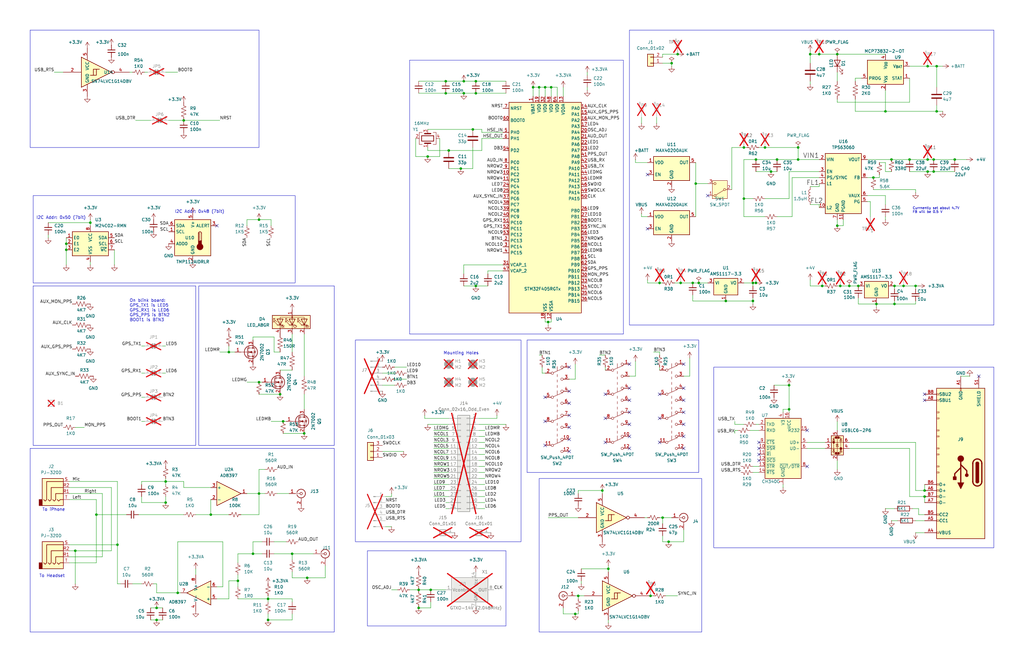
<source format=kicad_sch>
(kicad_sch (version 20250114) (generator "eeschema") (generator_version "9.0")
  (paper "B")
  (title_block (title "Blink ") (date "2025-06-15") (rev "A.3") (company "Cullen Jennings"))
  (rectangle (start 12.7 12.7) (end 109.22 62.23))
  (rectangle (start 300.99 154.94) (end 419.1 231.14))
  (rectangle (start 172.72 25.4) (end 262.89 140.97))
  (rectangle (start 12.7 189.23) (end 140.97 266.7))
  (rectangle (start 83.82 120.65) (end 140.97 187.96))
  (rectangle (start 149.86 143.51) (end 219.71 228.6))
  (rectangle (start 13.97 82.55) (end 124.46 119.38))
  (rectangle (start 154.94 232.41) (end 213.36 264.16))
  (rectangle (start 265.43 12.7) (end 419.1 137.16))
  (rectangle (start 13.97 120.65) (end 82.55 187.96))
  (rectangle (start 227.33 201.93) (end 295.91 266.7))
  (rectangle (start 222.25 143.51) (end 294.64 199.39))
  (text "I2C Addr: 0x48 (7bit)" (at 73.66 90.17 0) (effects (font (size 1.27 1.27)) (justify left bottom)))
  (text "Currnently set about 4.7V \nFB will be 0.5 V " (at 384.81 90.17 0) (effects (font (size 1 1)) (justify left bottom)))
  (text "To iPhone" (at 17.78 215.9 0) (effects (font (size 1.27 1.27)) (justify left bottom)))
  (text "To Headset " (at 16.51 243.84 0) (effects (font (size 1.27 1.27)) (justify left bottom)))
  (text "I2C Addr: 0x50 (7bit)" (at 15.24 92.71 0) (effects (font (size 1.27 1.27)) (justify left bottom)))
  (text "Mounting Holes" (at 201.93 149.86 0) (effects (font (size 1.27 1.27)) (justify right bottom)))
  (text "On blink board:\nGPS_TX1 is LED5\nGPS_RX1 is LED6\nGPS_PPS is BTN2\nBOOT1 is BTN3" (at 54.61 135.89 0) (effects (font (size 1.27 1.27)) (justify left bottom)))
  (junction (at 27.94 102.87))
  (junction (at 66.04 256.54))
  (junction (at 195.58 34.29))
  (junction (at 402.59 67.31))
  (junction (at 353.06 22.86))
  (junction (at 27.94 105.41))
  (junction (at 109.22 208.28))
  (junction (at 394.97 46.99))
  (junction (at 369.57 128.27))
  (junction (at 346.71 120.65))
  (junction (at 389.89 209.55))
  (junction (at 227.33 36.83))
  (junction (at 199.39 54.61))
  (junction (at 341.63 22.86))
  (junction (at 368.3 74.93))
  (junction (at 77.47 50.8))
  (junction (at 383.54 67.31))
  (junction (at 189.23 63.5))
  (junction (at 353.06 95.25))
  (junction (at 391.16 72.39))
  (junction (at 194.31 71.12))
  (junction (at 109.22 92.71))
  (junction (at 176.53 256.54))
  (junction (at 74.93 250.19))
  (junction (at 69.85 212.09))
  (junction (at 381 120.65))
  (junction (at 187.96 39.37))
  (junction (at 118.11 166.37))
  (junction (at 377.19 128.27))
  (junction (at 318.77 67.31))
  (junction (at 313.69 62.23))
  (junction (at 69.85 203.2))
  (junction (at 109.22 161.29))
  (junction (at 373.38 46.99))
  (junction (at 336.55 62.23))
  (junction (at 180.34 66.04))
  (junction (at 195.58 39.37))
  (junction (at 113.03 261.62))
  (junction (at 377.19 120.65))
  (junction (at 187.96 34.29))
  (junction (at 113.03 252.73))
  (junction (at 354.33 120.65))
  (junction (at 96.52 148.59))
  (junction (at 345.44 22.86))
  (junction (at 318.77 119.38))
  (junction (at 285.75 22.86))
  (junction (at 176.53 248.92))
  (junction (at 391.16 67.31))
  (junction (at 129.54 243.84))
  (junction (at 274.32 251.46))
  (junction (at 336.55 67.31))
  (junction (at 256.54 240.03))
  (junction (at 119.38 177.8))
  (junction (at 66.04 261.62))
  (junction (at 293.37 77.47))
  (junction (at 200.66 34.29))
  (junction (at 325.12 72.39))
  (junction (at 200.66 39.37))
  (junction (at 31.75 232.41))
  (junction (at 128.27 182.88))
  (junction (at 88.9 217.17))
  (junction (at 283.21 26.67))
  (junction (at 49.53 229.87))
  (junction (at 254 207.01))
  (junction (at 294.64 119.38))
  (junction (at 317.5 127))
  (junction (at 106.68 233.68))
  (junction (at 278.13 119.38))
  (junction (at 386.08 120.65))
  (junction (at 393.7 72.39))
  (junction (at 279.4 218.44))
  (junction (at 322.58 62.23))
  (junction (at 313.69 83.82))
  (junction (at 40.64 217.17))
  (junction (at 229.87 36.83))
  (junction (at 243.84 251.46))
  (junction (at 358.14 120.65))
  (junction (at 394.97 27.94))
  (junction (at 332.74 172.72))
  (junction (at 181.61 248.92))
  (junction (at 393.7 67.31))
  (junction (at 317.5 119.38))
  (junction (at 232.41 36.83))
  (junction (at 100.33 245.11))
  (junction (at 123.19 233.68))
  (junction (at 224.79 36.83))
  (junction (at 389.89 207.01))
  (junction (at 327.66 67.31))
  (junction (at 332.74 162.56))
  (junction (at 361.95 120.65))
  (junction (at 375.92 67.31))
  (junction (at 391.16 27.94))
  (junction (at 200.66 120.65))
  (junction (at 38.1 93.98))
  (junction (at 231.14 135.89))
  (junction (at 287.02 119.38))
  (junction (at 281.94 228.6))
  (junction (at 292.1 119.38))
  (junction (at 306.07 127))
  (junction (at 242.57 259.08))
  (no_connect (at 340.36 181.61))
  (no_connect (at 288.29 184.15))
  (no_connect (at 229.87 167.64))
  (no_connect (at 288.29 173.99))
  (no_connect (at 240.03 170.18))
  (no_connect (at 389.89 166.37))
  (no_connect (at 288.29 153.67))
  (no_connect (at 412.75 158.75))
  (no_connect (at 389.89 168.91))
  (no_connect (at 229.87 187.96))
  (no_connect (at 273.05 73.66))
  (no_connect (at 265.43 163.83))
  (no_connect (at 255.27 176.53))
  (no_connect (at 265.43 153.67))
  (no_connect (at 273.05 96.52))
  (no_connect (at 320.04 194.31))
  (no_connect (at 265.43 189.23))
  (no_connect (at 229.87 177.8))
  (no_connect (at 278.13 176.53))
  (no_connect (at 265.43 184.15))
  (no_connect (at 91.44 95.25))
  (no_connect (at 265.43 168.91))
  (no_connect (at 240.03 190.5))
  (no_connect (at 320.04 186.69))
  (no_connect (at 288.29 189.23))
  (no_connect (at 265.43 179.07))
  (no_connect (at 278.13 166.37))
  (no_connect (at 298.45 82.55))
  (no_connect (at 255.27 166.37))
  (no_connect (at 240.03 185.42))
  (no_connect (at 288.29 163.83))
  (no_connect (at 255.27 186.69))
  (no_connect (at 240.03 175.26))
  (no_connect (at 340.36 196.85))
  (no_connect (at 240.03 154.94))
  (no_connect (at 278.13 186.69))
  (no_connect (at 320.04 191.77))
  (no_connect (at 320.04 189.23))
  (no_connect (at 240.03 165.1))
  (no_connect (at 288.29 179.07))
  (no_connect (at 288.29 168.91))
  (no_connect (at 240.03 180.34))
  (no_connect (at 265.43 173.99))
  (wire (pts (xy 176.53 34.29) (xy 187.96 34.29)))
  (wire (pts (xy 247.65 30.48) (xy 247.65 31.75)))
  (wire (pts (xy 369.57 128.27) (xy 377.19 128.27)))
  (wire (pts (xy 201.93 196.85) (xy 204.47 196.85)))
  (wire (pts (xy 245.11 240.03) (xy 256.54 240.03)))
  (wire (pts (xy 176.53 248.92) (xy 181.61 248.92)))
  (wire (pts (xy 273.05 119.38) (xy 278.13 119.38)))
  (wire (pts (xy 332.74 172.72) (xy 332.74 173.99)))
  (wire (pts (xy 204.47 214.63) (xy 201.93 214.63)))
  (wire (pts (xy 365.76 67.31) (xy 375.92 67.31)))
  (wire (pts (xy 38.1 93.98) (xy 38.1 95.25)))
  (wire (pts (xy 201.93 209.55) (xy 204.47 209.55)))
  (wire (pts (xy 116.84 208.28) (xy 121.92 208.28)))
  (wire (pts (xy 237.49 36.83) (xy 237.49 40.64)))
  (wire (pts (xy 213.36 34.29) (xy 200.66 34.29)))
  (wire (pts (xy 389.89 209.55) (xy 389.89 212.09)))
  (wire (pts (xy 203.2 58.42) (xy 212.09 58.42)))
  (wire (pts (xy 69.85 146.05) (xy 68.58 146.05)))
  (wire (pts (xy 49.53 246.38) (xy 50.8 246.38)))
  (wire (pts (xy 313.69 119.38) (xy 317.5 119.38)))
  (wire (pts (xy 361.95 120.65) (xy 358.14 120.65)))
  (wire (pts (xy 110.49 233.68) (xy 106.68 233.68)))
  (wire (pts (xy 240.03 160.02) (xy 242.57 160.02)))
  (wire (pts (xy 317.5 127) (xy 317.5 128.27)))
  (wire (pts (xy 115.57 228.6) (xy 120.65 228.6)))
  (wire (pts (xy 48.26 105.41) (xy 48.26 111.76)))
  (wire (pts (xy 161.29 157.48) (xy 166.37 157.48)))
  (wire (pts (xy 175.26 66.04) (xy 180.34 66.04)))
  (wire (pts (xy 373.38 91.44) (xy 373.38 92.71)))
  (wire (pts (xy 308.61 80.01) (xy 308.61 62.23)))
  (wire (pts (xy 123.19 252.73) (xy 113.03 252.73)))
  (wire (pts (xy 187.96 34.29) (xy 195.58 34.29)))
  (wire (pts (xy 353.06 43.18) (xy 353.06 41.91)))
  (wire (pts (xy 391.16 27.94) (xy 394.97 27.94)))
  (wire (pts (xy 345.44 22.86) (xy 353.06 22.86)))
  (wire (pts (xy 123.19 233.68) (xy 132.08 233.68)))
  (wire (pts (xy 309.88 181.61) (xy 311.15 181.61)))
  (wire (pts (xy 327.66 67.31) (xy 336.55 67.31)))
  (wire (pts (xy 74.93 250.19) (xy 76.2 250.19)))
  (wire (pts (xy 228.6 157.48) (xy 228.6 154.94)))
  (wire (pts (xy 88.9 210.82) (xy 88.9 217.17)))
  (wire (pts (xy 113.03 252.73) (xy 113.03 254)))
  (wire (pts (xy 285.75 22.86) (xy 279.4 22.86)))
  (wire (pts (xy 29.21 234.95) (xy 43.18 234.95)))
  (wire (pts (xy 123.19 243.84) (xy 129.54 243.84)))
  (wire (pts (xy 309.88 182.88) (xy 309.88 181.61)))
  (wire (pts (xy 54.61 30.48) (xy 55.88 30.48)))
  (wire (pts (xy 109.22 166.37) (xy 118.11 166.37)))
  (wire (pts (xy 386.08 80.01) (xy 386.08 81.28)))
  (wire (pts (xy 252.73 149.86) (xy 255.27 149.86)))
  (wire (pts (xy 322.58 62.23) (xy 336.55 62.23)))
  (wire (pts (xy 93.98 228.6) (xy 93.98 247.65)))
  (wire (pts (xy 254 207.01) (xy 254 208.28)))
  (wire (pts (xy 353.06 177.8) (xy 353.06 181.61)))
  (wire (pts (xy 383.54 27.94) (xy 391.16 27.94)))
  (wire (pts (xy 63.5 256.54) (xy 66.04 256.54)))
  (wire (pts (xy 353.06 194.31) (xy 353.06 198.12)))
  (wire (pts (xy 341.63 78.74) (xy 345.44 78.74)))
  (wire (pts (xy 317.5 199.39) (xy 320.04 199.39)))
  (wire (pts (xy 341.63 22.86) (xy 341.63 26.67)))
  (wire (pts (xy 341.63 21.59) (xy 341.63 22.86)))
  (wire (pts (xy 100.33 252.73) (xy 113.03 252.73)))
  (wire (pts (xy 383.54 189.23) (xy 358.14 189.23)))
  (wire (pts (xy 228.6 149.86) (xy 227.33 149.86)))
  (wire (pts (xy 59.69 177.8) (xy 60.96 177.8)))
  (wire (pts (xy 189.23 176.53) (xy 179.07 176.53)))
  (wire (pts (xy 115.57 233.68) (xy 123.19 233.68)))
  (wire (pts (xy 201.93 189.23) (xy 204.47 189.23)))
  (wire (pts (xy 69.85 201.93) (xy 69.85 203.2)))
  (wire (pts (xy 279.4 226.06) (xy 279.4 228.6)))
  (wire (pts (xy 280.67 251.46) (xy 285.75 251.46)))
  (wire (pts (xy 106.68 142.24) (xy 106.68 143.51)))
  (wire (pts (xy 20.32 93.98) (xy 38.1 93.98)))
  (wire (pts (xy 313.69 67.31) (xy 318.77 67.31)))
  (wire (pts (xy 180.34 54.61) (xy 199.39 54.61)))
  (wire (pts (xy 242.57 153.67) (xy 242.57 160.02)))
  (wire (pts (xy 383.54 209.55) (xy 389.89 209.55)))
  (wire (pts (xy 209.55 175.26) (xy 209.55 176.53)))
  (wire (pts (xy 203.2 58.42) (xy 203.2 63.5)))
  (wire (pts (xy 166.37 160.02) (xy 171.45 160.02)))
  (wire (pts (xy 340.36 186.69) (xy 347.98 186.69)))
  (wire (pts (xy 394.97 44.45) (xy 394.97 46.99)))
  (wire (pts (xy 176.53 39.37) (xy 187.96 39.37)))
  (wire (pts (xy 383.54 189.23) (xy 383.54 209.55)))
  (wire (pts (xy 271.78 218.44) (xy 273.05 218.44)))
  (wire (pts (xy 212.09 114.3) (xy 205.74 114.3)))
  (wire (pts (xy 373.38 46.99) (xy 394.97 46.99)))
  (wire (pts (xy 203.2 63.5) (xy 189.23 63.5)))
  (wire (pts (xy 195.58 111.76) (xy 212.09 111.76)))
  (wire (pts (xy 77.47 203.2) (xy 69.85 203.2)))
  (wire (pts (xy 293.37 77.47) (xy 293.37 91.44)))
  (wire (pts (xy 320.04 62.23) (xy 322.58 62.23)))
  (wire (pts (xy 182.88 199.39) (xy 189.23 199.39)))
  (wire (pts (xy 278.13 119.38) (xy 279.4 119.38)))
  (wire (pts (xy 231.14 137.16) (xy 231.14 135.89)))
  (wire (pts (xy 199.39 62.23) (xy 199.39 71.12)))
  (wire (pts (xy 232.41 36.83) (xy 234.95 36.83)))
  (wire (pts (xy 31.75 232.41) (xy 46.99 232.41)))
  (wire (pts (xy 332.74 162.56) (xy 332.74 172.72)))
  (wire (pts (xy 327.66 91.44) (xy 334.01 91.44)))
  (wire (pts (xy 175.26 58.42) (xy 175.26 66.04)))
  (wire (pts (xy 201.93 199.39) (xy 204.47 199.39)))
  (wire (pts (xy 373.38 82.55) (xy 373.38 86.36)))
  (wire (pts (xy 179.07 176.53) (xy 179.07 175.26)))
  (wire (pts (xy 313.69 83.82) (xy 313.69 91.44)))
  (wire (pts (xy 232.41 134.62) (xy 232.41 135.89)))
  (wire (pts (xy 165.1 209.55) (xy 165.1 208.28)))
  (wire (pts (xy 182.88 201.93) (xy 189.23 201.93)))
  (wire (pts (xy 267.97 152.4) (xy 267.97 158.75)))
  (wire (pts (xy 96.52 146.05) (xy 96.52 148.59)))
  (wire (pts (xy 345.44 72.39) (xy 332.74 72.39)))
  (wire (pts (xy 40.64 217.17) (xy 53.34 217.17)))
  (wire (pts (xy 317.5 125.73) (xy 317.5 127)))
  (wire (pts (xy 59.69 203.2) (xy 69.85 203.2)))
  (wire (pts (xy 114.3 177.8) (xy 119.38 177.8)))
  (wire (pts (xy 69.85 157.48) (xy 68.58 157.48)))
  (wire (pts (xy 106.68 142.24) (xy 115.57 142.24)))
  (wire (pts (xy 118.11 156.21) (xy 123.19 156.21)))
  (wire (pts (xy 57.15 50.8) (xy 63.5 50.8)))
  (wire (pts (xy 243.84 207.01) (xy 254 207.01)))
  (wire (pts (xy 123.19 140.97) (xy 123.19 148.59)))
  (wire (pts (xy 279.4 22.86) (xy 279.4 24.13)))
  (wire (pts (xy 360.68 41.91) (xy 360.68 46.99)))
  (wire (pts (xy 341.63 22.86) (xy 345.44 22.86)))
  (wire (pts (xy 345.44 78.74) (xy 345.44 77.47)))
  (wire (pts (xy 267.97 68.58) (xy 267.97 67.31)))
  (wire (pts (xy 365.76 85.09) (xy 367.03 85.09)))
  (wire (pts (xy 336.55 67.31) (xy 345.44 67.31)))
  (wire (pts (xy 353.06 120.65) (xy 354.33 120.65)))
  (wire (pts (xy 308.61 62.23) (xy 313.69 62.23)))
  (wire (pts (xy 367.03 85.09) (xy 367.03 91.44)))
  (wire (pts (xy 201.93 204.47) (xy 204.47 204.47)))
  (wire (pts (xy 358.14 186.69) (xy 386.08 186.69)))
  (wire (pts (xy 205.74 114.3) (xy 205.74 115.57)))
  (wire (pts (xy 393.7 72.39) (xy 402.59 72.39)))
  (wire (pts (xy 27.94 105.41) (xy 27.94 111.76)))
  (wire (pts (xy 96.52 148.59) (xy 99.06 148.59)))
  (wire (pts (xy 243.84 251.46) (xy 243.84 252.73)))
  (wire (pts (xy 293.37 68.58) (xy 293.37 77.47)))
  (wire (pts (xy 267.97 158.75) (xy 265.43 158.75)))
  (wire (pts (xy 199.39 54.61) (xy 203.2 54.61)))
  (wire (pts (xy 180.34 63.5) (xy 189.23 63.5)))
  (wire (pts (xy 270.51 91.44) (xy 270.51 90.17)))
  (wire (pts (xy 161.29 190.5) (xy 170.18 190.5)))
  (wire (pts (xy 96.52 245.11) (xy 100.33 245.11)))
  (wire (pts (xy 273.05 68.58) (xy 267.97 68.58)))
  (wire (pts (xy 288.29 228.6) (xy 281.94 228.6)))
  (wire (pts (xy 273.05 91.44) (xy 270.51 91.44)))
  (wire (pts (xy 182.88 194.31) (xy 189.23 194.31)))
  (wire (pts (xy 82.55 240.03) (xy 82.55 242.57)))
  (wire (pts (xy 104.14 92.71) (xy 109.22 92.71)))
  (wire (pts (xy 341.63 120.65) (xy 346.71 120.65)))
  (wire (pts (xy 181.61 254) (xy 181.61 256.54)))
  (wire (pts (xy 361.95 128.27) (xy 369.57 128.27)))
  (wire (pts (xy 161.29 162.56) (xy 166.37 162.56)))
  (wire (pts (xy 383.54 43.18) (xy 383.54 33.02)))
  (wire (pts (xy 273.05 118.11) (xy 273.05 119.38)))
  (wire (pts (xy 375.92 72.39) (xy 373.38 72.39)))
  (wire (pts (xy 40.64 210.82) (xy 40.64 217.17)))
  (wire (pts (xy 274.32 251.46) (xy 275.59 251.46)))
  (wire (pts (xy 224.79 36.83) (xy 227.33 36.83)))
  (wire (pts (xy 182.88 207.01) (xy 189.23 207.01)))
  (wire (pts (xy 106.68 228.6) (xy 106.68 233.68)))
  (wire (pts (xy 137.16 238.76) (xy 137.16 243.84)))
  (wire (pts (xy 109.22 161.29) (xy 110.49 161.29)))
  (wire (pts (xy 109.22 217.17) (xy 109.22 208.28)))
  (wire (pts (xy 386.08 120.65) (xy 386.08 121.92)))
  (wire (pts (xy 243.84 208.28) (xy 243.84 207.01)))
  (wire (pts (xy 287.02 119.38) (xy 292.1 119.38)))
  (wire (pts (xy 123.19 259.08) (xy 123.19 261.62)))
  (wire (pts (xy 113.03 259.08) (xy 113.03 261.62)))
  (wire (pts (xy 365.76 82.55) (xy 373.38 82.55)))
  (wire (pts (xy 128.27 172.72) (xy 128.27 166.37)))
  (wire (pts (xy 232.41 135.89) (xy 231.14 135.89)))
  (wire (pts (xy 231.14 135.89) (xy 229.87 135.89)))
  (wire (pts (xy 201.93 201.93) (xy 204.47 201.93)))
  (wire (pts (xy 391.16 67.31) (xy 393.7 67.31)))
  (wire (pts (xy 243.84 259.08) (xy 242.57 259.08)))
  (wire (pts (xy 368.3 80.01) (xy 386.08 80.01)))
  (wire (pts (xy 313.69 62.23) (xy 314.96 62.23)))
  (wire (pts (xy 59.69 146.05) (xy 60.96 146.05)))
  (wire (pts (xy 123.19 241.3) (xy 123.19 243.84)))
  (wire (pts (xy 115.57 148.59) (xy 115.57 142.24)))
  (wire (pts (xy 387.35 214.63) (xy 387.35 217.17)))
  (wire (pts (xy 43.18 234.95) (xy 43.18 208.28)))
  (wire (pts (xy 309.88 177.8) (xy 309.88 179.07)))
  (wire (pts (xy 123.19 233.68) (xy 123.19 236.22)))
  (wire (pts (xy 290.83 158.75) (xy 290.83 151.13)))
  (wire (pts (xy 340.36 189.23) (xy 347.98 189.23)))
  (wire (pts (xy 353.06 92.71) (xy 353.06 95.25)))
  (wire (pts (xy 123.19 261.62) (xy 113.03 261.62)))
  (wire (pts (xy 187.96 39.37) (xy 195.58 39.37)))
  (wire (pts (xy 256.54 261.62) (xy 256.54 262.89)))
  (wire (pts (xy 345.44 86.36) (xy 345.44 87.63)))
  (wire (pts (xy 408.94 158.75) (xy 405.13 158.75)))
  (wire (pts (xy 165.1 248.92) (xy 167.64 248.92)))
  (wire (pts (xy 180.34 66.04) (xy 185.42 66.04)))
  (wire (pts (xy 334.01 74.93) (xy 345.44 74.93)))
  (wire (pts (xy 71.12 50.8) (xy 77.47 50.8)))
  (wire (pts (xy 88.9 217.17) (xy 96.52 217.17)))
  (wire (pts (xy 38.1 92.71) (xy 38.1 93.98)))
  (wire (pts (xy 118.11 148.59) (xy 115.57 148.59)))
  (wire (pts (xy 332.74 162.56) (xy 326.39 162.56)))
  (wire (pts (xy 104.14 95.25) (xy 104.14 92.71)))
  (wire (pts (xy 360.68 46.99) (xy 373.38 46.99)))
  (wire (pts (xy 100.33 245.11) (xy 100.33 247.65)))
  (wire (pts (xy 332.74 83.82) (xy 322.58 83.82)))
  (wire (pts (xy 255.27 154.94) (xy 255.27 156.21)))
  (wire (pts (xy 201.93 207.01) (xy 204.47 207.01)))
  (wire (pts (xy 242.57 251.46) (xy 243.84 251.46)))
  (wire (pts (xy 96.52 252.73) (xy 91.44 252.73)))
  (wire (pts (xy 330.2 204.47) (xy 330.2 205.74)))
  (wire (pts (xy 288.29 223.52) (xy 288.29 228.6)))
  (wire (pts (xy 96.52 245.11) (xy 96.52 252.73)))
  (wire (pts (xy 119.38 177.8) (xy 120.65 177.8)))
  (wire (pts (xy 378.46 219.71) (xy 375.92 219.71)))
  (wire (pts (xy 256.54 238.76) (xy 256.54 240.03)))
  (wire (pts (xy 60.96 30.48) (xy 62.23 30.48)))
  (wire (pts (xy 377.19 128.27) (xy 386.08 128.27)))
  (wire (pts (xy 355.6 95.25) (xy 353.06 95.25)))
  (wire (pts (xy 109.22 208.28) (xy 104.14 208.28)))
  (wire (pts (xy 375.92 67.31) (xy 383.54 67.31)))
  (wire (pts (xy 59.69 167.64) (xy 60.96 167.64)))
  (wire (pts (xy 29.21 210.82) (xy 40.64 210.82)))
  (wire (pts (xy 256.54 240.03) (xy 256.54 241.3)))
  (wire (pts (xy 209.55 176.53) (xy 201.93 176.53)))
  (wire (pts (xy 187.96 214.63) (xy 189.23 214.63)))
  (wire (pts (xy 373.38 72.39) (xy 373.38 68.58)))
  (wire (pts (xy 74.93 228.6) (xy 74.93 250.19)))
  (wire (pts (xy 55.88 246.38) (xy 59.69 246.38)))
  (wire (pts (xy 341.63 86.36) (xy 345.44 86.36)))
  (wire (pts (xy 341.63 34.29) (xy 341.63 35.56)))
  (wire (pts (xy 381 120.65) (xy 386.08 120.65)))
  (wire (pts (xy 180.34 179.07) (xy 189.23 179.07)))
  (wire (pts (xy 110.49 228.6) (xy 106.68 228.6)))
  (wire (pts (xy 317.5 83.82) (xy 313.69 83.82)))
  (wire (pts (xy 229.87 135.89) (xy 229.87 134.62)))
  (wire (pts (xy 247.65 36.83) (xy 247.65 38.1)))
  (wire (pts (xy 384.81 214.63) (xy 387.35 214.63)))
  (wire (pts (xy 394.97 27.94) (xy 394.97 36.83)))
  (wire (pts (xy 243.84 251.46) (xy 246.38 251.46)))
  (wire (pts (xy 402.59 67.31) (xy 407.67 67.31)))
  (wire (pts (xy 119.38 182.88) (xy 128.27 182.88)))
  (wire (pts (xy 49.53 203.2) (xy 29.21 203.2)))
  (wire (pts (xy 114.3 92.71) (xy 109.22 92.71)))
  (wire (pts (xy 373.38 214.63) (xy 377.19 214.63)))
  (wire (pts (xy 59.69 157.48) (xy 60.96 157.48)))
  (wire (pts (xy 59.69 209.55) (xy 59.69 212.09)))
  (wire (pts (xy 166.37 154.94) (xy 171.45 154.94)))
  (wire (pts (xy 242.57 259.08) (xy 237.49 259.08)))
  (wire (pts (xy 128.27 140.97) (xy 128.27 158.75)))
  (wire (pts (xy 172.72 248.92) (xy 176.53 248.92)))
  (wire (pts (xy 92.71 148.59) (xy 96.52 148.59)))
  (wire (pts (xy 231.14 218.44) (xy 243.84 218.44)))
  (wire (pts (xy 69.85 203.2) (xy 69.85 204.47)))
  (wire (pts (xy 201.93 191.77) (xy 204.47 191.77)))
  (wire (pts (xy 373.38 68.58) (xy 370.84 68.58)))
  (wire (pts (xy 77.47 205.74) (xy 77.47 203.2)))
  (wire (pts (xy 40.64 237.49) (xy 29.21 237.49)))
  (wire (pts (xy 27.94 102.87) (xy 27.94 105.41)))
  (wire (pts (xy 229.87 157.48) (xy 228.6 157.48)))
  (wire (pts (xy 292.1 124.46) (xy 292.1 127)))
  (wire (pts (xy 353.06 30.48) (xy 353.06 34.29)))
  (wire (pts (xy 377.19 121.92) (xy 377.19 120.65)))
  (wire (pts (xy 22.86 30.48) (xy 26.67 30.48)))
  (wire (pts (xy 275.59 148.59) (xy 278.13 148.59)))
  (wire (pts (xy 227.33 36.83) (xy 227.33 40.64)))
  (wire (pts (xy 334.01 91.44) (xy 334.01 74.93)))
  (wire (pts (xy 316.23 181.61) (xy 320.04 181.61)))
  (wire (pts (xy 203.2 55.88) (xy 212.09 55.88)))
  (wire (pts (xy 100.33 242.57) (xy 100.33 245.11)))
  (wire (pts (xy 353.06 43.18) (xy 383.54 43.18)))
  (wire (pts (xy 59.69 204.47) (xy 59.69 203.2)))
  (wire (pts (xy 66.04 250.19) (xy 66.04 246.38)))
  (wire (pts (xy 373.38 46.99) (xy 373.38 38.1)))
  (wire (pts (xy 317.5 196.85) (xy 320.04 196.85)))
  (wire (pts (xy 82.55 217.17) (xy 88.9 217.17)))
  (wire (pts (xy 276.86 49.53) (xy 276.86 52.07)))
  (wire (pts (xy 66.04 250.19) (xy 74.93 250.19)))
  (wire (pts (xy 88.9 205.74) (xy 77.47 205.74)))
  (wire (pts (xy 20.32 99.06) (xy 20.32 100.33)))
  (wire (pts (xy 389.89 204.47) (xy 389.89 207.01)))
  (wire (pts (xy 182.88 181.61) (xy 189.23 181.61)))
  (wire (pts (xy 402.59 67.31) (xy 393.7 67.31)))
  (wire (pts (xy 386.08 219.71) (xy 389.89 219.71)))
  (wire (pts (xy 279.4 218.44) (xy 279.4 220.98)))
  (wire (pts (xy 38.1 110.49) (xy 38.1 111.76)))
  (wire (pts (xy 93.98 228.6) (xy 74.93 228.6)))
  (wire (pts (xy 306.07 127) (xy 317.5 127)))
  (wire (pts (xy 31.75 232.41) (xy 31.75 246.38)))
  (wire (pts (xy 370.84 74.93) (xy 368.3 74.93)))
  (wire (pts (xy 101.6 217.17) (xy 109.22 217.17)))
  (wire (pts (xy 195.58 120.65) (xy 200.66 120.65)))
  (wire (pts (xy 318.77 72.39) (xy 325.12 72.39)))
  (wire (pts (xy 182.88 191.77) (xy 189.23 191.77)))
  (wire (pts (xy 182.88 209.55) (xy 189.23 209.55)))
  (wire (pts (xy 332.74 72.39) (xy 332.74 83.82)))
  (wire (pts (xy 189.23 71.12) (xy 194.31 71.12)))
  (wire (pts (xy 29.21 232.41) (xy 31.75 232.41)))
  (wire (pts (xy 245.11 245.11) (xy 245.11 246.38)))
  (wire (pts (xy 278.13 149.86) (xy 278.13 148.59)))
  (wire (pts (xy 391.16 72.39) (xy 393.7 72.39)))
  (wire (pts (xy 187.96 212.09) (xy 189.23 212.09)))
  (wire (pts (xy 182.88 196.85) (xy 189.23 196.85)))
  (wire (pts (xy 162.56 222.25) (xy 165.1 222.25)))
  (wire (pts (xy 397.51 46.99) (xy 394.97 46.99)))
  (wire (pts (xy 386.08 186.69) (xy 386.08 207.01)))
  (wire (pts (xy 180.34 62.23) (xy 180.34 63.5)))
  (wire (pts (xy 77.47 50.8) (xy 92.71 50.8)))
  (wire (pts (xy 355.6 92.71) (xy 355.6 95.25)))
  (wire (pts (xy 278.13 154.94) (xy 278.13 156.21)))
  (wire (pts (xy 325.12 72.39) (xy 327.66 72.39)))
  (wire (pts (xy 377.19 120.65) (xy 381 120.65)))
  (wire (pts (xy 232.41 36.83) (xy 232.41 40.64)))
  (wire (pts (xy 394.97 27.94) (xy 397.51 27.94)))
  (wire (pts (xy 201.93 194.31) (xy 204.47 194.31)))
  (wire (pts (xy 64.77 246.38) (xy 66.04 246.38)))
  (wire (pts (xy 284.48 119.38) (xy 287.02 119.38)))
  (wire (pts (xy 63.5 261.62) (xy 66.04 261.62)))
  (wire (pts (xy 237.49 256.54) (xy 237.49 259.08)))
  (wire (pts (xy 111.76 198.12) (xy 109.22 198.12)))
  (wire (pts (xy 123.19 254) (xy 123.19 252.73)))
  (wire (pts (xy 318.77 67.31) (xy 327.66 67.31)))
  (wire (pts (xy 91.44 247.65) (xy 93.98 247.65)))
  (wire (pts (xy 181.61 248.92) (xy 187.96 248.92)))
  (wire (pts (xy 129.54 243.84) (xy 137.16 243.84)))
  (wire (pts (xy 279.4 26.67) (xy 283.21 26.67)))
  (wire (pts (xy 279.4 218.44) (xy 283.21 218.44)))
  (wire (pts (xy 346.71 120.65) (xy 347.98 120.65)))
  (wire (pts (xy 317.5 119.38) (xy 318.77 119.38)))
  (wire (pts (xy 162.56 209.55) (xy 165.1 209.55)))
  (wire (pts (xy 353.06 22.86) (xy 373.38 22.86)))
  (wire (pts (xy 383.54 72.39) (xy 391.16 72.39)))
  (wire (pts (xy 31.75 180.34) (xy 35.56 180.34)))
  (wire (pts (xy 201.93 179.07) (xy 213.36 179.07)))
  (wire (pts (xy 29.21 205.74) (xy 46.99 205.74)))
  (wire (pts (xy 66.04 261.62) (xy 68.58 261.62)))
  (wire (pts (xy 200.66 120.65) (xy 205.74 120.65)))
  (wire (pts (xy 354.33 120.65) (xy 358.14 120.65)))
  (wire (pts (xy 181.61 256.54) (xy 176.53 256.54)))
  (wire (pts (xy 383.54 67.31) (xy 391.16 67.31)))
  (wire (pts (xy 195.58 39.37) (xy 200.66 39.37)))
  (wire (pts (xy 201.93 186.69) (xy 204.47 186.69)))
  (wire (pts (xy 386.08 127) (xy 386.08 128.27)))
  (wire (pts (xy 363.22 33.02) (xy 360.68 33.02)))
  (wire (pts (xy 201.93 181.61) (xy 204.47 181.61)))
  (wire (pts (xy 49.53 229.87) (xy 49.53 246.38)))
  (wire (pts (xy 317.5 119.38) (xy 317.5 120.65)))
  (wire (pts (xy 313.69 91.44) (xy 322.58 91.44)))
  (wire (pts (xy 389.89 207.01) (xy 386.08 207.01)))
  (wire (pts (xy 281.94 228.6) (xy 279.4 228.6)))
  (wire (pts (xy 386.08 224.79) (xy 389.89 224.79)))
  (wire (pts (xy 69.85 209.55) (xy 69.85 212.09)))
  (wire (pts (xy 200.66 34.29) (xy 195.58 34.29)))
  (wire (pts (xy 106.68 233.68) (xy 100.33 233.68)))
  (wire (pts (xy 224.79 36.83) (xy 224.79 40.64)))
  (wire (pts (xy 69.85 30.48) (xy 74.93 30.48)))
  (wire (pts (xy 336.55 62.23) (xy 336.55 67.31)))
  (wire (pts (xy 270.51 49.53) (xy 270.51 52.07)))
  (wire (pts (xy 370.84 73.66) (xy 370.84 74.93)))
  (wire (pts (xy 227.33 36.83) (xy 229.87 36.83)))
  (wire (pts (xy 49.53 229.87) (xy 49.53 203.2)))
  (wire (pts (xy 182.88 184.15) (xy 189.23 184.15)))
  (wire (pts (xy 100.33 233.68) (xy 100.33 237.49)))
  (wire (pts (xy 243.84 257.81) (xy 243.84 259.08)))
  (wire (pts (xy 288.29 158.75) (xy 290.83 158.75)))
  (wire (pts (xy 293.37 77.47) (xy 298.45 77.47)))
  (wire (pts (xy 369.57 128.27) (xy 369.57 129.54)))
  (wire (pts (xy 46.99 232.41) (xy 46.99 205.74)))
  (wire (pts (xy 283.21 26.67) (xy 283.21 27.94)))
  (wire (pts (xy 365.76 74.93) (xy 368.3 74.93)))
  (wire (pts (xy 203.2 54.61) (xy 203.2 55.88)))
  (wire (pts (xy 114.3 95.25) (xy 114.3 92.71)))
  (wire (pts (xy 185.42 58.42) (xy 185.42 66.04)))
  (wire (pts (xy 386.08 120.65) (xy 387.35 120.65)))
  (wire (pts (xy 182.88 186.69) (xy 189.23 186.69)))
  (wire (pts (xy 113.03 251.46) (xy 113.03 252.73)))
  (wire (pts (xy 59.69 212.09) (xy 69.85 212.09)))
  (wire (pts (xy 29.21 208.28) (xy 43.18 208.28)))
  (wire (pts (xy 309.88 179.07) (xy 313.69 179.07)))
  (wire (pts (xy 294.64 119.38) (xy 298.45 119.38)))
  (wire (pts (xy 361.95 125.73) (xy 361.95 128.27)))
  (wire (pts (xy 201.93 184.15) (xy 204.47 184.15)))
  (wire (pts (xy 27.94 100.33) (xy 27.94 102.87)))
  (wire (pts (xy 40.64 217.17) (xy 40.64 237.49)))
  (wire (pts (xy 332.74 172.72) (xy 330.2 172.72)))
  (wire (pts (xy 66.04 256.54) (xy 68.58 256.54)))
  (wire (pts (xy 182.88 204.47) (xy 189.23 204.47)))
  (wire (pts (xy 109.22 198.12) (xy 109.22 208.28)))
  (wire (pts (xy 58.42 217.17) (xy 77.47 217.17)))
  (wire (pts (xy 278.13 218.44) (xy 279.4 218.44)))
  (wire (pts (xy 109.22 208.28) (xy 111.76 208.28)))
  (wire (pts (xy 377.19 128.27) (xy 377.19 127)))
  (wire (pts (xy 360.68 33.02) (xy 360.68 34.29)))
  (wire (pts (xy 330.2 172.72) (xy 330.2 173.99)))
  (wire (pts (xy 229.87 36.83) (xy 229.87 40.64)))
  (wire (pts (xy 341.63 118.11) (xy 341.63 120.65)))
  (wire (pts (xy 387.35 217.17) (xy 389.89 217.17)))
  (wire (pts (xy 201.93 212.09) (xy 204.47 212.09)))
  (wire (pts (xy 292.1 119.38) (xy 294.64 119.38)))
  (wire (pts (xy 182.88 189.23) (xy 189.23 189.23)))
  (wire (pts (xy 195.58 115.57) (xy 195.58 111.76)))
  (wire (pts (xy 318.77 179.07) (xy 320.04 179.07)))
  (wire (pts (xy 292.1 127) (xy 306.07 127)))
  (wire (pts (xy 229.87 36.83) (xy 232.41 36.83)))
  (wire (pts (xy 313.69 83.82) (xy 313.69 67.31)))
  (wire (pts (xy 29.21 229.87) (xy 49.53 229.87)))
  (wire (pts (xy 234.95 40.64) (xy 234.95 36.83)))
  (wire (pts (xy 200.66 39.37) (xy 213.36 39.37)))
  (wire (pts (xy 199.39 71.12) (xy 194.31 71.12)))
  (wire (pts (xy 104.14 161.29) (xy 109.22 161.29)))
  (label "AUX_GPS_PPS" (at 247.65 48.26 0))
  (label "USB_DTR" (at 162.56 217.17 0))
  (label "BTN1" (at 227.33 149.86 0))
  (label "LED2" (at 204.47 209.55 0))
  (label "NRST" (at 92.71 50.8 0))
  (label "SYNC_IN" (at 247.65 96.52 0))
  (label "NCOL7" (at 247.65 121.92 0))
  (label "LED10" (at 171.45 154.94 0))
  (label "AUX_MON_PPS" (at 30.48 128.27 180))
  (label "USB_TX" (at 309.88 177.8 180))
  (label "LEDMG" (at 104.14 161.29 180))
  (label "AUX_MON_PPS" (at 247.65 50.8 0))
  (label "NCOL8" (at 204.47 194.31 0))
  (label "CLK" (at 208.28 248.92 0))
  (label "SDA" (at 104.14 100.33 270))
  (label "LED6" (at 204.47 214.63 0))
  (label "SDA" (at 247.65 111.76 0))
  (label "GPS_TX1" (at 59.69 146.05 180))
  (label "NCOL9" (at 182.88 194.31 0))
  (label "GPS_PPS" (at 247.65 114.3 0))
  (label "LED8" (at 204.47 207.01 0))
  (label "LED9" (at 247.65 88.9 0))
  (label "USB_RX" (at 247.65 68.58 0))
  (label "PPS_OUT" (at 231.14 218.44 0))
  (label "USB_RTS" (at 312.42 199.39 180))
  (label "DB3" (at 212.09 63.5 180))
  (label "BOOT1" (at 247.65 93.98 0))
  (label "BOOT0" (at 74.93 30.48 0))
  (label "BTN3" (at 68.58 177.8 0))
  (label "AUX_SYNC_IN" (at 212.09 83.82 180))
  (label "LEDMG" (at 182.88 181.61 0))
  (label "NROW1" (at 212.09 106.68 180))
  (label "LEDMR" (at 204.47 181.61 0))
  (label "NCOL1" (at 182.88 184.15 0))
  (label "NCOL4" (at 204.47 189.23 0))
  (label "LED7" (at 182.88 207.01 0))
  (label "GPS_RX1" (at 212.09 93.98 180))
  (label "NCOL10" (at 212.09 104.14 180))
  (label "AUD_IN" (at 116.84 198.12 0))
  (label "VIN1" (at 345.44 67.31 180) (effects (font (size 2 2))))
  (label "BTN1" (at 171.45 160.02 0))
  (label "NROW2" (at 212.09 71.12 180))
  (label "HSE_IN" (at 212.09 55.88 180))
  (label "LED3" (at 187.96 212.09 180))
  (label "USB_TX" (at 247.65 71.12 0))
  (label "NROW5" (at 182.88 201.93 0))
  (label "LEDMR" (at 247.65 76.2 0))
  (label "NROW3" (at 182.88 199.39 0))
  (label "NRST" (at 212.09 45.72 180))
  (label "LED10" (at 204.47 204.47 0))
  (label "NCOL7" (at 182.88 191.77 0))
  (label "AUX_GPS_PPS" (at 30.48 147.32 180))
  (label "NCOL3" (at 182.88 186.69 0))
  (label "BTN2" (at 68.58 167.64 0))
  (label "SWDCLK" (at 161.29 187.96 0))
  (label "BTN3" (at 275.59 148.59 0))
  (label "NCOL6" (at 247.65 124.46 0))
  (label "AUX_CLK" (at 247.65 45.72 0))
  (label "NCOL2" (at 204.47 186.69 0))
  (label "NCOL5" (at 247.65 127 0))
  (label "SYNC_IN" (at 285.75 251.46 0))
  (label "USB_RX" (at 309.88 182.88 180))
  (label "SCL" (at 48.26 102.87 0))
  (label "SDA" (at 48.26 100.33 0))
  (label "SCL" (at 114.3 100.33 270))
  (label "BOOT1" (at 59.69 177.8 180))
  (label "LED9" (at 171.45 157.48 0))
  (label "NROW1" (at 182.88 196.85 0))
  (label "LED5" (at 69.85 146.05 0))
  (label "LEDMG" (at 247.65 73.66 0))
  (label "NCOL9" (at 212.09 99.06 180))
  (label "BOOT0" (at 162.56 214.63 0))
  (label "SWDCLK" (at 247.65 81.28 0))
  (label "PPS_OUT" (at 26.67 180.34 180))
  (label "NRST" (at 162.56 212.09 0))
  (label "MON_PPS" (at 247.65 116.84 0))
  (label "LED9" (at 182.88 204.47 0))
  (label "NROW4" (at 204.47 201.93 0))
  (label "USB_DTR" (at 312.42 196.85 180))
  (label "LEDMB" (at 204.47 184.15 0))
  (label "LED5" (at 187.96 214.63 180))
  (label "NCOL4" (at 212.09 86.36 180))
  (label "NROW4" (at 212.09 76.2 180))
  (label "CLK" (at 247.65 83.82 0))
  (label "SWDIO" (at 247.65 78.74 0))
  (label "NCOL2" (at 212.09 91.44 180))
  (label "Right" (at 35.56 208.28 0))
  (label "AUD_OUT" (at 125.73 228.6 0))
  (label "NCOL10" (at 204.47 196.85 0))
  (label "GPS_TX1" (at 212.09 96.52 180))
  (label "PPS_OUT" (at 247.65 66.04 0))
  (label "LED1" (at 247.65 60.96 0))
  (label "LEDMR" (at 92.71 148.59 180))
  (label "LED4" (at 204.47 212.09 0))
  (label "NCOL5" (at 182.88 189.23 0))
  (label "LED4" (at 247.65 53.34 0))
  (label "USB_DTR" (at 57.15 50.8 180))
  (label "GPS_RX1" (at 59.69 157.48 180))
  (label "NROW2" (at 204.47 199.39 0))
  (label "NCOL6" (at 204.47 191.77 0))
  (label "OSC_ADJ" (at 165.1 248.92 180))
  (label "DB3" (at 171.45 162.56 0))
  (label "LED8" (at 212.09 81.28 180))
  (label "LED1" (at 182.88 209.55 0))
  (label "BTN2" (at 252.73 149.86 0))
  (label "FL1" (at 345.44 78.74 180) (effects (font (size 2 2))))
  (label "BTN1" (at 212.09 101.6 180))
  (label "NCOL8" (at 247.65 119.38 0))
  (label "SCL" (at 71.12 97.79 180))
  (label "MON_PPS" (at 35.56 180.34 0))
  (label "LED3" (at 247.65 99.06 0))
  (label "AUD_IN" (at 212.09 68.58 180))
  (label "USB_RTS" (at 162.56 219.71 0))
  (label "SCL" (at 247.65 109.22 0))
  (label "BOOT0" (at 212.09 50.8 180))
  (label "GPS_PPS" (at 59.69 167.64 180))
  (label "AUX_CLK" (at 30.48 137.16 180))
  (label "NCOL1" (at 247.65 104.14 0))
  (label "FL2" (at 341.63 86.36 0) (effects (font (size 2 2))))
  (label "Left" (at 30.48 210.82 0))
  (label "HSE_OUT" (at 212.09 58.42 180))
  (label "LEDMB" (at 247.65 106.68 0))
  (label "LED6" (at 69.85 157.48 0))
  (label "AUX_SYNC_IN" (at 31.75 158.75 180))
  (label "LED10" (at 247.65 91.44 0))
  (label "NCOL3" (at 212.09 88.9 180))
  (label "NROW3" (at 212.09 73.66 180))
  (label "OSC_ADJ" (at 247.65 55.88 0))
  (label "LED2" (at 247.65 63.5 0))
  (label "NROW5" (at 247.65 101.6 0))
  (label "AUD_OUT" (at 247.65 58.42 0))
  (label "Mic" (at 30.48 203.2 0))
  (label "LED7" (at 212.09 78.74 180))
  (label "USB_RTS" (at 22.86 30.48 180))
  (label "LEDMB" (at 114.3 177.8 180))
  (label "SWDIO" (at 161.29 193.04 0))
  (label "SDA" (at 71.12 95.25 180))
  (symbol (lib_id "power:+3.3V") (at 332.74 162.56 0) (mirror y) (unit 1)
    (property "Reference" "#PWR054" (effects (hide yes)))
    (property "Value" "+3.3V" (at 335.28 158.75 0) (effects (justify left)))
    (property "Description" "Power symbol creates a global label with name \"+3.3V\"" (effects (hide yes)))
  )
  (symbol (lib_id "power:GND") (at 77.47 55.88 0) (unit 1)
    (property "Reference" "#PWR030" (effects (hide yes)))
    (property "Value" "GND" (effects (hide yes)))
    (property "Description" "Power symbol creates a global label with name \"GND\" , ground" (effects (hide yes)))
  )
  (symbol (lib_id "Device:R_US") (at 77.47 46.99 0) (unit 1)
    (property "Reference" "R9" (at 80.01 45.72 0) (effects (justify left)))
    (property "Value" "47K" (at 80.01 48.26 0) (effects (justify left)))
    (property "Footprint" "Resistor_SMD:R_0603_1608Metric" (effects (hide yes)))
    (property "Description" "Resistor, US symbol" (effects (hide yes)))
    (property "JLCPCB Part #" "C25819" (effects (hide yes)))
  )
  (symbol (lib_id "Device:C") (at 341.63 30.48 0) (unit 1)
    (property "Reference" "C28" (at 344.17 29.21 0) (effects (justify left)))
    (property "Value" "4u7" (at 344.17 31.75 0) (effects (justify left)))
    (property "Footprint" "Capacitor_SMD:C_0603_1608Metric" (effects (hide yes)))
    (property "Description" "Unpolarized capacitor" (effects (hide yes)))
    (property "JLCPCB Part #" "C19666" (effects (hide yes)))
  )
  (symbol (lib_id "Connector_Generic:Conn_01x01") (at 186.69 224.79 180) (unit 1) (in_bom no) (dnp yes)
    (property "Reference" "J15" (at 186.69 218.44 0))
    (property "Value" "Conn_01x01" (at 186.69 220.98 0))
    (property "Footprint" "Connector_PinSocket_2.54mm:PinSocket_1x01_P2.54mm_Vertical" (effects (hide yes)))
    (property "Description" "Generic connector, single row, 01x01, script generated (kicad-library-utils/schlib/autogen/connector/)" (effects (hide yes)))
  )
  (symbol (lib_id "Connector:TestPoint") (at 391.16 27.94 0) (unit 1) (in_bom no) (dnp yes)
    (property "Reference" "TP17" (at 389.89 22.86 0) (effects (justify left)))
    (property "Value" "~" (at 389.89 21.59 0) (effects (justify left)))
    (property "Footprint" "TestPoint:TestPoint_THTPad_D1.5mm_Drill0.7mm" (effects (hide yes)))
    (property "Description" "test point" (effects (hide yes)))
  )
  (symbol (lib_id "power:GND") (at 69.85 212.09 0) (unit 1)
    (property "Reference" "#PWR021" (effects (hide yes)))
    (property "Value" "GND" (effects (hide yes)))
    (property "Description" "Power symbol creates a global label with name \"GND\" , ground" (effects (hide yes)))
  )
  (symbol (lib_id "power:GND") (at 176.53 256.54 0) (unit 1)
    (property "Reference" "#PWR085" (effects (hide yes)))
    (property "Value" "GND" (effects (hide yes)))
    (property "Description" "Power symbol creates a global label with name \"GND\" , ground" (effects (hide yes)))
  )
  (symbol (lib_id "power:+3.3V") (at 123.19 130.81 0) (unit 1)
    (property "Reference" "#PWR094" (effects (hide yes)))
    (property "Value" "+3.3V" (at 123.19 125.73 0))
    (property "Description" "Power symbol creates a global label with name \"+3.3V\"" (effects (hide yes)))
  )
  (symbol (lib_id "Device:C_Small") (at 243.84 210.82 0) (unit 1)
    (property "Reference" "C23" (at 238.76 207.01 0) (effects (justify left)))
    (property "Value" "100n" (at 237.49 208.28 0) (effects (justify left)))
    (property "Footprint" "Capacitor_SMD:C_0402_1005Metric" (effects (hide yes)))
    (property "Description" "Unpolarized capacitor, small symbol" (effects (hide yes)))
    (property "JLCPCB Part #" "C307331" (effects (hide yes)))
  )
  (symbol (lib_id "power:GND") (at 113.03 261.62 0) (mirror y) (unit 1)
    (property "Reference" "#PWR033" (effects (hide yes)))
    (property "Value" "GND" (effects (hide yes)))
    (property "Description" "Power symbol creates a global label with name \"GND\" , ground" (effects (hide yes)))
  )
  (symbol (lib_id "Device:R_US") (at 34.29 128.27 90) (unit 1)
    (property "Reference" "R26" (at 34.29 125.73 90))
    (property "Value" "4K7" (at 34.29 130.81 90))
    (property "Footprint" "Resistor_SMD:R_0603_1608Metric" (effects (hide yes)))
    (property "Description" "Resistor, US symbol" (effects (hide yes)))
    (property "JLCPCB Part #" "C23162" (effects (hide yes)))
  )
  (symbol (lib_id "Device:C_Small") (at 123.19 256.54 0) (mirror x) (unit 1)
    (property "Reference" "C17" (at 120.65 255.2636 0) (effects (justify right)))
    (property "Value" "100n" (at 120.65 257.8036 0) (effects (justify right)))
    (property "Footprint" "Capacitor_SMD:C_0603_1608Metric" (effects (hide yes)))
    (property "Description" "Unpolarized capacitor, small symbol" (effects (hide yes)))
    (property "JLCPCB Part #" "C14663" (effects (hide yes)))
  )
  (symbol (lib_id "Device:R_Small_US") (at 170.18 248.92 270) (unit 1)
    (property "Reference" "R39" (at 170.18 246.38 90))
    (property "Value" "47K" (at 170.18 251.46 90))
    (property "Footprint" "Resistor_SMD:R_0603_1608Metric" (effects (hide yes)))
    (property "Description" "Resistor, small US symbol" (effects (hide yes)))
    (property "JLCPCB Part #" "C25819" (effects (hide yes)))
  )
  (symbol (lib_id "Device:R_Small_US") (at 163.83 154.94 270) (unit 1)
    (property "Reference" "R42" (effects (hide yes)))
    (property "Value" "1K0" (at 165.1 152.4 90))
    (property "Footprint" "Resistor_SMD:R_0603_1608Metric" (effects (hide yes)))
    (property "Description" "Resistor, small US symbol" (effects (hide yes)))
    (property "JLCPCB Part #" "C21190" (effects (hide yes)))
  )
  (symbol (lib_id "power:+3.3V") (at 179.07 175.26 0) (unit 1)
    (property "Reference" "#PWR058" (effects (hide yes)))
    (property "Value" "+3.3V" (at 181.61 173.99 0) (effects (justify left)))
    (property "Description" "Power symbol creates a global label with name \"+3.3V\"" (effects (hide yes)))
  )
  (symbol (lib_id "Mechanical:MountingHole") (at 199.39 153.67 0) (unit 1) (in_bom no) (dnp yes)
    (property "Reference" "H3" (at 201.93 152.4 0) (effects (justify left)))
    (property "Value" "M2" (at 201.93 154.94 0) (effects (justify left)))
    (property "Footprint" "MountingHole:MountingHole_2.2mm_M2" (effects (hide yes)))
    (property "Description" "Mounting Hole without connection" (effects (hide yes)))
  )
  (symbol (lib_id "Device:R_Small_US") (at 113.03 256.54 0) (mirror y) (unit 1)
    (property "Reference" "R11" (at 110.49 255.27 0) (effects (justify left)))
    (property "Value" "1K0" (at 110.49 257.81 0) (effects (justify left)))
    (property "Footprint" "Resistor_SMD:R_0603_1608Metric" (effects (hide yes)))
    (property "Description" "Resistor, small US symbol" (effects (hide yes)))
    (property "JLCPCB Part #" "C21190" (effects (hide yes)))
  )
  (symbol (lib_id "Device:C_Small") (at 181.61 251.46 0) (unit 1)
    (property "Reference" "C27" (at 184.15 250.1963 0) (effects (justify left)))
    (property "Value" "100n" (at 184.15 252.7363 0) (effects (justify left)))
    (property "Footprint" "Capacitor_SMD:C_0603_1608Metric" (effects (hide yes)))
    (property "Description" "Unpolarized capacitor, small symbol" (effects (hide yes)))
    (property "JLCPCB Part #" "C14663" (effects (hide yes)))
  )
  (symbol (lib_id "Device:C_Small") (at 383.54 69.85 0) (unit 1)
    (property "Reference" "C38" (at 386.08 68.5863 0) (effects (justify left)))
    (property "Value" "22uF" (at 386.08 71.1263 0) (effects (justify left)))
    (property "Footprint" "Capacitor_SMD:C_0805_2012Metric" (effects (hide yes)))
    (property "Description" "Unpolarized capacitor, small symbol" (effects (hide yes)))
    (property "JLCPCB Part #" "C45783" (effects (hide yes)))
  )
  (symbol (lib_id "power:+BATT") (at 285.75 22.86 270) (unit 1)
    (property "Reference" "#PWR010" (effects (hide yes)))
    (property "Value" "+BATT" (at 292.1 22.86 90))
    (property "Description" "Power symbol creates a global label with name \"+BATT\"" (effects (hide yes)))
  )
  (symbol (lib_id "power:GND") (at 48.26 111.76 0) (unit 1)
    (property "Reference" "#PWR049" (effects (hide yes)))
    (property "Value" "GND" (effects (hide yes)))
    (property "Description" "Power symbol creates a global label with name \"GND\" , ground" (effects (hide yes)))
  )
  (symbol (lib_id "Device:R_Small_US") (at 163.83 160.02 270) (unit 1)
    (property "Reference" "R44" (effects (hide yes)))
    (property "Value" "1K0" (at 167.64 160.02 90))
    (property "Footprint" "Resistor_SMD:R_0603_1608Metric" (effects (hide yes)))
    (property "Description" "Resistor, small US symbol" (effects (hide yes)))
    (property "JLCPCB Part #" "C21190" (effects (hide yes)))
  )
  (symbol (lib_id "power:GND") (at 231.14 137.16 0) (unit 1)
    (property "Reference" "#PWR046" (effects (hide yes)))
    (property "Value" "GND" (effects (hide yes)))
    (property "Description" "Power symbol creates a global label with name \"GND\" , ground" (effects (hide yes)))
  )
  (symbol (lib_id "power:GND") (at 247.65 38.1 0) (unit 1)
    (property "Reference" "#PWR0118" (effects (hide yes)))
    (property "Value" "GND" (effects (hide yes)))
    (property "Description" "Power symbol creates a global label with name \"GND\" , ground" (effects (hide yes)))
  )
  (symbol (lib_id "Device:R_Small_US") (at 375.92 69.85 0) (unit 1)
    (property "Reference" "R60" (at 377.19 68.58 0) (effects (justify left)))
    (property "Value" "33R0" (at 377.19 71.12 0) (effects (justify left)))
    (property "Footprint" "Resistor_SMD:R_0603_1608Metric" (effects (hide yes)))
    (property "Description" "Resistor, small US symbol" (effects (hide yes)))
    (property "JLCPCB Part #" "C23140" (effects (hide yes)))
  )
  (symbol (lib_id "Device:R_Small_US") (at 114.3 198.12 270) (unit 1)
    (property "Reference" "R1" (at 114.3 191.77 90))
    (property "Value" "560R" (at 114.3 194.31 90))
    (property "Footprint" "Resistor_SMD:R_0603_1608Metric" (effects (hide yes)))
    (property "Description" "Resistor, small US symbol" (effects (hide yes)))
    (property "JLCPCB Part #" "C23204" (effects (hide yes)))
  )
  (symbol (lib_id "power:VBUS") (at 353.06 177.8 0) (unit 1)
    (property "Reference" "#PWR056" (effects (hide yes)))
    (property "Value" "VBUS" (at 353.06 173.482 0))
    (property "Description" "Power symbol creates a global label with name \"VBUS\"" (effects (hide yes)))
  )
  (symbol (lib_id "Device:R_Small_US") (at 96.52 143.51 180) (unit 1)
    (property "Reference" "R51" (at 99.06 142.24 0) (effects (justify right)))
    (property "Value" "47K" (at 99.06 144.78 0) (effects (justify right)))
    (property "Footprint" "Resistor_SMD:R_0603_1608Metric" (effects (hide yes)))
    (property "Description" "Resistor, small US symbol" (effects (hide yes)))
    (property "JLCPCB Part #" "C25819" (effects (hide yes)))
  )
  (symbol (lib_id "power:GND") (at 118.11 166.37 0) (unit 1)
    (property "Reference" "#PWR092" (effects (hide yes)))
    (property "Value" "GND" (effects (hide yes)))
    (property "Description" "Power symbol creates a global label with name \"GND\" , ground" (effects (hide yes)))
  )
  (symbol (lib_id "Sensor_Temperature:TMP102xxDRL") (at 81.28 100.33 0) (unit 1)
    (property "Reference" "U10" (at 80.01 100.33 0))
    (property "Value" "TMP112AIDRLR" (at 81.28 110.49 0))
    (property "Footprint" "Package_TO_SOT_SMD:SOT-563" (effects (hide yes)))
    (property "Datasheet" "https://www.ti.com/lit/ds/symlink/tmp102.pdf" (effects (hide yes)))
    (property "Description" "Digital Temperature Sensor, +/- 3 °C, low-Power, SMBus, 12 bit, Two-Wire Serial Interface, SOT-563" (effects (hide yes)))
    (property "JLCPCB Part #" "C28927" (effects (hide yes)))
    (property "JLCPCB Rotation Offset" "180" (effects (hide yes)))
  )
  (symbol (lib_id "power:GND") (at 180.34 66.04 0) (unit 1)
    (property "Reference" "#PWR028" (effects (hide yes)))
    (property "Value" "GND" (effects (hide yes)))
    (property "Description" "Power symbol creates a global label with name \"GND\" , ground" (effects (hide yes)))
  )
  (symbol (lib_id "power:GND") (at 128.27 182.88 0) (unit 1)
    (property "Reference" "#PWR093" (effects (hide yes)))
    (property "Value" "GND" (effects (hide yes)))
    (property "Description" "Power symbol creates a global label with name \"GND\" , ground" (effects (hide yes)))
  )
  (symbol (lib_id "power:GND") (at 191.77 224.79 0) (unit 1)
    (property "Reference" "#PWR082" (effects (hide yes)))
    (property "Value" "GND" (effects (hide yes)))
    (property "Description" "Power symbol creates a global label with name \"GND\" , ground" (effects (hide yes)))
  )
  (symbol (lib_id "Connector:TestPoint") (at 318.77 119.38 0) (unit 1) (in_bom no) (dnp yes)
    (property "Reference" "TP15" (at 317.5 114.3 0) (effects (justify left)))
    (property "Value" "~" (at 317.5 113.03 0) (effects (justify left)))
    (property "Footprint" "TestPoint:TestPoint_THTPad_D1.5mm_Drill0.7mm" (effects (hide yes)))
    (property "Description" "test point" (effects (hide yes)))
  )
  (symbol (lib_id "power:+3.3V") (at 77.47 43.18 0) (unit 1)
    (property "Reference" "#PWR029" (effects (hide yes)))
    (property "Value" "+3.3V" (at 73.66 41.91 0))
    (property "Description" "Power symbol creates a global label with name \"+3.3V\"" (effects (hide yes)))
  )
  (symbol (lib_id "power:GND") (at 213.36 179.07 0) (unit 1)
    (property "Reference" "#PWR060" (effects (hide yes)))
    (property "Value" "GND" (effects (hide yes)))
    (property "Description" "Power symbol creates a global label with name \"GND\" , ground" (effects (hide yes)))
  )
  (symbol (lib_id "Device:C_Small") (at 195.58 118.11 180) (unit 1)
    (property "Reference" "C16" (at 198.12 116.8336 0) (effects (justify right)))
    (property "Value" "2u2" (at 198.12 119.3736 0) (effects (justify right)))
    (property "Footprint" "Capacitor_SMD:C_0603_1608Metric" (effects (hide yes)))
    (property "Description" "Unpolarized capacitor, small symbol" (effects (hide yes)))
    (property "JLCPCB Part #" "C23630" (effects (hide yes)))
  )
  (symbol (lib_id "power:+4V") (at 273.05 118.11 0) (unit 1)
    (property "Reference" "#PWR034" (effects (hide yes)))
    (property "Value" "+4V" (at 273.05 113.03 0))
    (property "Description" "Power symbol creates a global label with name \"+4V\"" (effects (hide yes)))
  )
  (symbol (lib_id "power:+3.3V") (at 109.22 92.71 0) (unit 1)
    (property "Reference" "#PWR035" (effects (hide yes)))
    (property "Value" "+3.3V" (at 109.22 87.63 0))
    (property "Description" "Power symbol creates a global label with name \"+3.3V\"" (effects (hide yes)))
  )
  (symbol (lib_id "Regulator_Linear:AMS1117-3.3") (at 369.57 120.65 0) (unit 1)
    (property "Reference" "U13" (at 369.57 114.3 0))
    (property "Value" "AMS1117-3.3" (at 369.57 116.84 0))
    (property "Footprint" "Package_TO_SOT_SMD:SOT-223-3_TabPin2" (effects (hide yes)))
    (property "Datasheet" "http://www.advanced-monolithic.com/pdf/ds1117.pdf" (effects (hide yes)))
    (property "Description" "1A Low Dropout regulator, positive, 3.3V fixed output, SOT-223" (effects (hide yes)))
    (property "JLCPCB Part #" "C6186" (effects (hide yes)))
  )
  (symbol (lib_id "power:+3.3VA") (at 82.55 240.03 0) (unit 1)
    (property "Reference" "#PWR012" (effects (hide yes)))
    (property "Value" "+3.3VA" (at 82.55 234.95 0))
    (property "Description" "Power symbol creates a global label with name \"+3.3VA\"" (effects (hide yes)))
  )
  (symbol (lib_id "Device:C_Small") (at 361.95 123.19 0) (mirror x) (unit 1)
    (property "Reference" "C31" (at 359.41 123.19 0) (effects (justify right)))
    (property "Value" "100n" (at 360.68 125.476 0) (effects (justify right)))
    (property "Footprint" "Capacitor_SMD:C_0402_1005Metric" (effects (hide yes)))
    (property "Description" "Unpolarized capacitor, small symbol" (effects (hide yes)))
    (property "JLCPCB Part #" "C307331" (effects (hide yes)))
  )
  (symbol (lib_name "USBLC6-2P6_1") (lib_id "Power_Protection:USBLC6-2P6") (at 353.06 186.69 0) (unit 1)
    (property "Reference" "U8" (at 354.7111 179.07 0) (effects (justify left)))
    (property "Value" "USBLC6-2P6" (at 354.7111 181.61 0) (effects (justify left)))
    (property "Footprint" "Package_TO_SOT_SMD:SOT-666" (effects (hide yes)))
    (property "Datasheet" "https://www.st.com/resource/en/datasheet/usblc6-2.pdf" (effects (hide yes)))
    (property "Description" "Very low capacitance ESD protection diode, 2 data-line, SOT-666" (effects (hide yes)))
    (property "JLCPCB Rotation Offset" "270" (effects (hide yes)))
  )
  (symbol (lib_id "power:GND") (at 129.54 243.84 0) (unit 1)
    (property "Reference" "#PWR039" (effects (hide yes)))
    (property "Value" "GND" (effects (hide yes)))
    (property "Description" "Power symbol creates a global label with name \"GND\" , ground" (effects (hide yes)))
  )
  (symbol (lib_id "Device:C_Small") (at 326.39 165.1 0) (unit 1)
    (property "Reference" "C2" (at 320.04 163.83 0) (effects (justify left)))
    (property "Value" "100n" (at 320.04 167.64 0) (effects (justify left)))
    (property "Footprint" "Capacitor_SMD:C_0402_1005Metric" (effects (hide yes)))
    (property "Description" "Unpolarized capacitor, small symbol" (effects (hide yes)))
    (property "JLCPCB Part #" "C307331" (effects (hide yes)))
  )
  (symbol (lib_id "Device:R_Small_US") (at 168.91 162.56 270) (unit 1)
    (property "Reference" "R45" (effects (hide yes)))
    (property "Value" "1K0" (at 168.91 165.1 90))
    (property "Footprint" "Resistor_SMD:R_0603_1608Metric" (effects (hide yes)))
    (property "Description" "Resistor, small US symbol" (effects (hide yes)))
    (property "JLCPCB Part #" "C21190" (effects (hide yes)))
  )
  (symbol (lib_id "Device:C_Small") (at 205.74 118.11 180) (unit 1)
    (property "Reference" "C19" (at 208.28 116.8336 0) (effects (justify right)))
    (property "Value" "2u2" (at 208.28 119.3736 0) (effects (justify right)))
    (property "Footprint" "Capacitor_SMD:C_0603_1608Metric" (effects (hide yes)))
    (property "Description" "Unpolarized capacitor, small symbol" (effects (hide yes)))
    (property "JLCPCB Part #" "C23630" (effects (hide yes)))
  )
  (symbol (lib_id "Device:R_Small_US") (at 370.84 71.12 0) (unit 1)
    (property "Reference" "R59" (at 365.76 68.58 0) (effects (justify left)))
    (property "Value" "47K" (at 364.49 71.12 0) (effects (justify left)))
    (property "Footprint" "Resistor_SMD:R_0603_1608Metric" (effects (hide yes)))
    (property "Description" "Resistor, small US symbol" (effects (hide yes)))
    (property "JLCPCB Part #" "C25819" (effects (hide yes)))
  )
  (symbol (lib_id "Jumper:SolderJumper_2_Bridged") (at 64.77 177.8 0) (unit 1) (in_bom no) (dnp yes)
    (property "Reference" "JP4" (at 64.77 175.26 0))
    (property "Value" "SolderJumper_2_Bridged" (effects (hide yes)))
    (property "Footprint" "Jumper:SolderJumper-2_P1.3mm_Bridged_RoundedPad1.0x1.5mm" (effects (hide yes)))
    (property "Description" "Solder Jumper, 2-pole, closed/bridged" (effects (hide yes)))
  )
  (symbol (lib_id "Jumper:SolderJumper_2_Bridged") (at 64.77 157.48 0) (unit 1) (in_bom no) (dnp yes)
    (property "Reference" "JP2" (at 64.77 154.94 0))
    (property "Value" "SolderJumper_2_Bridged" (effects (hide yes)))
    (property "Footprint" "Jumper:SolderJumper-2_P1.3mm_Bridged_RoundedPad1.0x1.5mm" (effects (hide yes)))
    (property "Description" "Solder Jumper, 2-pole, closed/bridged" (effects (hide yes)))
  )
  (symbol (lib_id "Switch:SW_SPDT") (at 303.53 80.01 180) (unit 1)
    (property "Reference" "SW1" (at 303.53 83.82 0))
    (property "Value" "SW_SPDT" (at 303.53 86.36 0))
    (property "Footprint" "Button_Switch_THT:SW_E-Switch_EG1224_SPDT_Angled" (effects (hide yes)))
    (property "Description" "Switch, single pole double throw" (effects (hide yes)))
    (property "JLCPCB Part #" "C273395" (effects (hide yes)))
    (property "JLCPCB Position Offset" "0.1,4.1" (effects (hide yes)))
  )
  (symbol (lib_id "power:+3.3V") (at 161.29 152.4 0) (unit 1)
    (property "Reference" "#PWR018" (effects (hide yes)))
    (property "Value" "+3.3V" (at 161.29 148.59 0))
    (property "Description" "Power symbol creates a global label with name \"+3.3V\"" (effects (hide yes)))
  )
  (symbol (lib_id "power:+3.3VA") (at 237.49 36.83 0) (unit 1)
    (property "Reference" "#PWR047" (effects (hide yes)))
    (property "Value" "+3.3VA" (at 237.49 31.75 0))
    (property "Description" "Power symbol creates a global label with name \"+3.3VA\"" (effects (hide yes)))
  )
  (symbol (lib_id "power:GND") (at 408.94 158.75 180) (unit 1)
    (property "Reference" "#PWR053" (effects (hide yes)))
    (property "Value" "GND" (at 405.13 157.48 0))
    (property "Description" "Power symbol creates a global label with name \"GND\" , ground" (effects (hide yes)))
  )
  (symbol (lib_id "power:GND") (at 270.51 52.07 0) (unit 1)
    (property "Reference" "#PWR03" (effects (hide yes)))
    (property "Value" "GND" (effects (hide yes)))
    (property "Description" "Power symbol creates a global label with name \"GND\" , ground" (effects (hide yes)))
  )
  (symbol (lib_id "Device:C_Small") (at 53.34 246.38 270) (unit 1)
    (property "Reference" "C7" (at 53.3336 240.03 90))
    (property "Value" "10u" (at 53.3336 242.57 90))
    (property "Footprint" "Capacitor_SMD:C_0603_1608Metric" (effects (hide yes)))
    (property "Description" "Unpolarized capacitor, small symbol" (effects (hide yes)))
    (property "JLCPCB Part #" "C19702" (effects (hide yes)))
  )
  (symbol (lib_id "power:GND") (at 200.66 256.54 0) (unit 1)
    (property "Reference" "#PWR027" (effects (hide yes)))
    (property "Value" "GND" (effects (hide yes)))
    (property "Description" "Power symbol creates a global label with name \"GND\" , ground" (effects (hide yes)))
  )
  (symbol (lib_id "Mechanical:MountingHole") (at 199.39 161.29 0) (unit 1) (in_bom no) (dnp yes)
    (property "Reference" "H5" (at 201.93 160.02 0) (effects (justify left)))
    (property "Value" "M2" (at 201.93 162.56 0) (effects (justify left)))
    (property "Footprint" "MountingHole:MountingHole_2.2mm_M2" (effects (hide yes)))
    (property "Description" "Mounting Hole without connection" (effects (hide yes)))
  )
  (symbol (lib_id "Device:C_Small") (at 245.11 242.57 0) (unit 1)
    (property "Reference" "C24" (at 238.76 241.3 0) (effects (justify left)))
    (property "Value" "100n" (at 238.76 245.11 0) (effects (justify left)))
    (property "Footprint" "Capacitor_SMD:C_0402_1005Metric" (effects (hide yes)))
    (property "Description" "Unpolarized capacitor, small symbol" (effects (hide yes)))
    (property "JLCPCB Part #" "C307331" (effects (hide yes)))
  )
  (symbol (lib_id "Device:R_US") (at 360.68 38.1 0) (unit 1)
    (property "Reference" "R30" (at 363.22 36.83 0) (effects (justify left)))
    (property "Value" "2K0" (at 363.22 39.37 0) (effects (justify left)))
    (property "Footprint" "Resistor_SMD:R_0603_1608Metric" (effects (hide yes)))
    (property "Description" "Resistor, US symbol" (effects (hide yes)))
    (property "JLCPCB Part #" "C22975" (effects (hide yes)))
  )
  (symbol (lib_id "Device:R_Small_US") (at 275.59 218.44 90) (unit 1)
    (property "Reference" "R24" (at 274.32 223.52 90))
    (property "Value" "200R" (at 275.59 220.98 90))
    (property "Footprint" "Resistor_SMD:R_0603_1608Metric" (effects (hide yes)))
    (property "Description" "Resistor, small US symbol" (effects (hide yes)))
    (property "JLCPCB Part #" "C8218" (effects (hide yes)))
  )
  (symbol (lib_id "BlinkyShared:SW_Push_4PDT") (at 283.21 161.29 0) (unit 1)
    (property "Reference" "SW3" (at 283.21 194.31 0))
    (property "Value" "SW_Push_4PDT" (at 283.21 191.77 0))
    (property "Footprint" "blinky_footprints:PBH4UOANAGX" (effects (hide yes)))
    (property "Description" "Momentary Switch, dual pole double throw" (effects (hide yes)))
    (property "JLCPCB Part #" "C273424" (effects (hide yes)))
    (property "JLCPCB Position Offset" "0,-6.7" (effects (hide yes)))
  )
  (symbol (lib_id "Jumper:SolderJumper_2_Bridged") (at 66.04 30.48 0) (unit 1) (in_bom no) (dnp yes)
    (property "Reference" "JP5" (at 66.04 27.94 0))
    (property "Value" "SolderJumper_2_Bridged" (effects (hide yes)))
    (property "Footprint" "Jumper:SolderJumper-2_P1.3mm_Bridged2Bar_RoundedPad1.0x1.5mm" (effects (hide yes)))
    (property "Description" "Solder Jumper, 2-pole, closed/bridged" (effects (hide yes)))
  )
  (symbol (lib_id "Device:R_Small_US") (at 114.3 97.79 0) (unit 1)
    (property "Reference" "R15" (at 109.22 95.25 0) (effects (justify left)))
    (property "Value" "1K5" (at 109.22 97.79 0) (effects (justify left)))
    (property "Footprint" "Resistor_SMD:R_0603_1608Metric" (effects (hide yes)))
    (property "Description" "Resistor, small US symbol" (effects (hide yes)))
    (property "JLCPCB Part #" "C22843" (effects (hide yes)))
  )
  (symbol (lib_id "Device:R_Small_US") (at 99.06 217.17 270) (unit 1)
    (property "Reference" "R8" (at 99.06 210.82 90))
    (property "Value" "100K" (at 99.06 213.36 90))
    (property "Footprint" "Resistor_SMD:R_0603_1608Metric" (effects (hide yes)))
    (property "Description" "Resistor, small US symbol" (effects (hide yes)))
    (property "JLCPCB Part #" "C25803" (effects (hide yes)))
  )
  (symbol (lib_id "Device:R_Small_US") (at 325.12 91.44 90) (mirror x) (unit 1)
    (property "Reference" "R57" (at 325.12 96.52 90))
    (property "Value" "1K0" (at 325.12 93.98 90))
    (property "Footprint" "Resistor_SMD:R_0603_1608Metric" (effects (hide yes)))
    (property "Description" "Resistor, small US symbol" (effects (hide yes)))
    (property "JLCPCB Part #" "C21190" (effects (hide yes)))
  )
  (symbol (lib_id "Device:R_Small_US") (at 317.5 62.23 270) (mirror x) (unit 1)
    (property "Reference" "R62" (at 317.5 64.77 90))
    (property "Value" "0R1" (at 317.5 59.69 90))
    (property "Footprint" "Resistor_SMD:R_1206_3216Metric" (effects (hide yes)))
    (property "Description" "Resistor, small US symbol" (effects (hide yes)))
    (property "JLCPCB Part #" "C25334" (effects (hide yes)))
  )
  (symbol (lib_id "power:GND") (at 64.77 97.79 0) (unit 1)
    (property "Reference" "#PWR025" (effects (hide yes)))
    (property "Value" "GND" (effects (hide yes)))
    (property "Description" "Power symbol creates a global label with name \"GND\" , ground" (effects (hide yes)))
  )
  (symbol (lib_id "power:GND") (at 180.34 179.07 0) (unit 1)
    (property "Reference" "#PWR020" (effects (hide yes)))
    (property "Value" "GND" (effects (hide yes)))
    (property "Description" "Power symbol creates a global label with name \"GND\" , ground" (effects (hide yes)))
  )
  (symbol (lib_id "power:GND") (at 200.66 120.65 0) (unit 1)
    (property "Reference" "#PWR038" (effects (hide yes)))
    (property "Value" "GND" (at 200.66 125.73 0))
    (property "Description" "Power symbol creates a global label with name \"GND\" , ground" (effects (hide yes)))
  )
  (symbol (lib_id "Device:R_US") (at 353.06 38.1 0) (mirror y) (unit 1)
    (property "Reference" "R27" (at 350.52 36.83 0) (effects (justify left)))
    (property "Value" "1K0" (at 350.52 39.37 0) (effects (justify left)))
    (property "Footprint" "Resistor_SMD:R_0603_1608Metric" (effects (hide yes)))
    (property "Description" "Resistor, US symbol" (effects (hide yes)))
    (property "JLCPCB Part #" "C21190" (effects (hide yes)))
  )
  (symbol (lib_id "power:GND") (at 31.75 246.38 0) (unit 1)
    (property "Reference" "#PWR06" (effects (hide yes)))
    (property "Value" "GND" (effects (hide yes)))
    (property "Description" "Power symbol creates a global label with name \"GND\" , ground" (effects (hide yes)))
  )
  (symbol (lib_id "power:GND") (at 38.1 111.76 0) (unit 1)
    (property "Reference" "#PWR045" (effects (hide yes)))
    (property "Value" "GND" (effects (hide yes)))
    (property "Description" "Power symbol creates a global label with name \"GND\" , ground" (effects (hide yes)))
  )
  (symbol (lib_id "power:+3.3V") (at 200.66 241.3 0) (unit 1)
    (property "Reference" "#PWR026" (effects (hide yes)))
    (property "Value" "+3.3V" (at 200.66 236.22 0))
    (property "Description" "Power symbol creates a global label with name \"+3.3V\"" (effects (hide yes)))
  )
  (symbol (lib_id "Device:C_Small") (at 393.7 69.85 0) (unit 1)
    (property "Reference" "C39" (at 396.24 68.5863 0) (effects (justify left)))
    (property "Value" "22uF" (at 396.24 71.1263 0) (effects (justify left)))
    (property "Footprint" "Capacitor_SMD:C_0805_2012Metric" (effects (hide yes)))
    (property "Description" "Unpolarized capacitor, small symbol" (effects (hide yes)))
    (property "JLCPCB Part #" "C45783" (effects (hide yes)))
  )
  (symbol (lib_id "Jumper:SolderJumper_2_Bridged") (at 64.77 167.64 0) (unit 1) (in_bom no) (dnp yes)
    (property "Reference" "JP3" (at 64.77 165.1 0))
    (property "Value" "SolderJumper_2_Bridged" (effects (hide yes)))
    (property "Footprint" "Jumper:SolderJumper-2_P1.3mm_Bridged_RoundedPad1.0x1.5mm" (effects (hide yes)))
    (property "Description" "Solder Jumper, 2-pole, closed/bridged" (effects (hide yes)))
  )
  (symbol (lib_id "Connector:Conn_Coaxial") (at 237.49 251.46 0) (mirror y) (unit 1) (exclude_from_sim yes)
    (property "Reference" "J12" (at 240.03 247.65 0) (effects (justify left)))
    (property "Value" "KH-BNC50-3511" (effects (hide yes)))
    (property "Footprint" "blinky_footprints:BNC_Amphenol_B6252HB-NPP3G-50_Horizontal-CJ" (effects (hide yes)))
    (property "Datasheet" " ~" (effects (hide yes)))
    (property "Description" "coaxial connector (BNC, SMA, SMB, SMC, Cinch/RCA, LEMO, ...)" (effects (hide yes)))
    (property "JLCPCB Part #" "C2837587" (effects (hide yes)))
    (property "MPN" "KH-BNC50-3511" (effects (hide yes)))
    (property "JLCPCB Rotation Offset" "180" (effects (hide yes)))
    (property "JLCPCB Position Offset" "0,-13.0" (effects (hide yes)))
  )
  (symbol (lib_id "Battery_Management:MCP73832-2-OT") (at 373.38 30.48 0) (unit 1)
    (property "Reference" "U9" (at 377.19 24.13 0) (effects (justify left)))
    (property "Value" "MCP73832-2-OT" (at 364.49 21.59 0) (effects (justify left)))
    (property "Footprint" "Package_TO_SOT_SMD:SOT-23-5" (effects (hide yes)))
    (property "Datasheet" "http://ww1.microchip.com/downloads/en/DeviceDoc/20001984g.pdf" (effects (hide yes)))
    (property "Description" "Single cell, Li-Ion/Li-Po charge management controller, 4.20V, Open-Drain Status Output, in SOT23-5 package" (effects (hide yes)))
    (property "JLCPCB Part #" "C424093" (effects (hide yes)))
    (property "JLCPCB Rotation Offset" "90" (effects (hide yes)))
  )
  (symbol (lib_id "power:PWR_FLAG") (at 358.14 120.65 0) (unit 1)
    (property "Reference" "#FLG04" (effects (hide yes)))
    (property "Value" "PWR_FLAG" (at 360.68 115.062 90))
    (property "Description" "Special symbol for telling ERC where power comes from" (effects (hide yes)))
  )
  (symbol (lib_id "Device:R") (at 382.27 219.71 90) (unit 1)
    (property "Reference" "R22" (at 383.54 217.17 90) (effects (justify left)))
    (property "Value" "5K1" (at 383.54 219.71 90) (effects (justify left)))
    (property "Footprint" "Resistor_SMD:R_0603_1608Metric" (effects (hide yes)))
    (property "Description" "Resistor" (effects (hide yes)))
    (property "JLCPCB Part #" "C23186" (effects (hide yes)))
  )
  (symbol (lib_id "power:+3.3V") (at 81.28 90.17 0) (unit 1)
    (property "Reference" "#PWR088" (effects (hide yes)))
    (property "Value" "+3.3V" (at 81.28 85.09 0))
    (property "Description" "Power symbol creates a global label with name \"+3.3V\"" (effects (hide yes)))
  )
  (symbol (lib_id "Transistor_FET:2N7002") (at 115.57 161.29 0) (unit 1)
    (property "Reference" "Q4" (at 124.46 161.29 90))
    (property "Value" "2N7002" (at 121.92 161.29 90))
    (property "Footprint" "Package_TO_SOT_SMD:SOT-23" (effects (hide yes)))
    (property "Datasheet" "https://www.onsemi.com/pub/Collateral/NDS7002A-D.PDF" (effects (hide yes)))
    (property "Description" "0.115A Id, 60V Vds, N-Channel MOSFET, SOT-23" (effects (hide yes)))
    (property "JLCPCB Part #" "C8545" (effects (hide yes)))
  )
  (symbol (lib_id "power:GND") (at 242.57 259.08 0) (unit 1)
    (property "Reference" "#PWR059" (effects (hide yes)))
    (property "Value" "GND" (effects (hide yes)))
    (property "Description" "Power symbol creates a global label with name \"GND\" , ground" (effects (hide yes)))
  )
  (symbol (lib_id "Connector:Conn_Coaxial") (at 137.16 233.68 0) (unit 1) (exclude_from_sim yes)
    (property "Reference" "J11" (at 135.89 231.14 0) (effects (justify left)))
    (property "Value" "KH-BNC50-3511" (effects (hide yes)))
    (property "Footprint" "blinky_footprints:BNC_Amphenol_B6252HB-NPP3G-50_Horizontal-CJ" (effects (hide yes)))
    (property "Datasheet" " ~" (effects (hide yes)))
    (property "Description" "coaxial connector (BNC, SMA, SMB, SMC, Cinch/RCA, LEMO, ...)" (effects (hide yes)))
    (property "JLCPCB Part #" "C2837587" (effects (hide yes)))
    (property "MPN" "KH-BNC50-3511" (effects (hide yes)))
    (property "JLCPCB Rotation Offset" "180" (effects (hide yes)))
    (property "JLCPCB Position Offset" "0,-13.0" (effects (hide yes)))
  )
  (symbol (lib_id "power:GND") (at 281.94 228.6 0) (unit 1)
    (property "Reference" "#PWR067" (effects (hide yes)))
    (property "Value" "GND" (effects (hide yes)))
    (property "Description" "Power symbol creates a global label with name \"GND\" , ground" (effects (hide yes)))
  )
  (symbol (lib_id "power:+3.3V") (at 290.83 151.13 0) (unit 1)
    (property "Reference" "#PWR075" (effects (hide yes)))
    (property "Value" "+3.3V" (at 290.83 146.05 0))
    (property "Description" "Power symbol creates a global label with name \"+3.3V\"" (effects (hide yes)))
  )
  (symbol (lib_id "Device:Crystal_GND24") (at 180.34 58.42 90) (unit 1)
    (property "Reference" "Y1" (at 175.26 54.61 90))
    (property "Value" "16MHz" (at 177.8 52.07 90))
    (property "Footprint" "Crystal:Crystal_SMD_3225-4Pin_3.2x2.5mm" (effects (hide yes)))
    (property "Description" "Four pin crystal, GND on pins 2 and 4" (effects (hide yes)))
    (property "JLCPCB Part #" "C13738" (effects (hide yes)))
  )
  (symbol (lib_id "MCU_ST_STM32F4:STM32F405RGTx") (at 229.87 88.9 0) (unit 1)
    (property "Reference" "U4" (at 234.3659 134.62 0) (effects (justify left)))
    (property "Value" "STM32F405RGTx" (at 220.98 121.92 0) (effects (justify left)))
    (property "Footprint" "Package_QFP:LQFP-64_10x10mm_P0.5mm" (effects (hide yes)))
    (property "Datasheet" "https://www.st.com/resource/en/datasheet/stm32f405rg.pdf" (effects (hide yes)))
    (property "Description" "STMicroelectronics Arm Cortex-M4 MCU, 1024KB flash, 192KB RAM, 168 MHz, 1.8-3.6V, 51 GPIO, LQFP64" (effects (hide yes)))
    (property "JLCPCB Part #" "C15742" (effects (hide yes)))
  )
  (symbol (lib_id "Device:C") (at 199.39 58.42 0) (unit 1)
    (property "Reference" "C14" (at 193.04 57.15 0) (effects (justify left)))
    (property "Value" "33p" (at 193.04 59.69 0) (effects (justify left)))
    (property "Footprint" "Capacitor_SMD:C_0603_1608Metric" (effects (hide yes)))
    (property "Description" "Unpolarized capacitor" (effects (hide yes)))
    (property "JLCPCB Part #" "C1663" (effects (hide yes)))
  )
  (symbol (lib_id "Connector_Generic:Conn_01x03") (at 156.21 190.5 180) (unit 1)
    (property "Reference" "J6" (at 156.21 181.61 0))
    (property "Value" "Conn_01x03" (at 160.528 184.404 0))
    (property "Footprint" "Connector_JST:JST_PH_S3B-PH-SM4-TB_1x03-1MP_P2.00mm_Horizontal" (effects (hide yes)))
    (property "Description" "Generic connector, single row, 01x03, script generated (kicad-library-utils/schlib/autogen/connector/)" (effects (hide yes)))
    (property "JLCPCB Part #" "C265101" (effects (hide yes)))
  )
  (symbol (lib_id "Device:C_Small") (at 187.96 36.83 0) (unit 1)
    (property "Reference" "C15" (at 190.5 35.5663 0) (effects (justify left)))
    (property "Value" "100n" (at 190.5 38.1063 0) (effects (justify left)))
    (property "Footprint" "Capacitor_SMD:C_0402_1005Metric" (effects (hide yes)))
    (property "Description" "Unpolarized capacitor, small symbol" (effects (hide yes)))
    (property "JLCPCB Part #" "C307331" (effects (hide yes)))
  )
  (symbol (lib_id "Connector:TestPoint") (at 313.69 62.23 0) (unit 1) (in_bom no) (dnp yes)
    (property "Reference" "TP12" (at 312.42 57.15 0) (effects (justify left)))
    (property "Value" "~" (at 312.42 55.88 0) (effects (justify left)))
    (property "Footprint" "TestPoint:TestPoint_THTPad_D1.0mm_Drill0.5mm" (effects (hide yes)))
    (property "Description" "test point" (effects (hide yes)))
  )
  (symbol (lib_id "power:GND") (at 256.54 262.89 0) (unit 1)
    (property "Reference" "#PWR066" (effects (hide yes)))
    (property "Value" "GND" (effects (hide yes)))
    (property "Description" "Power symbol creates a global label with name \"GND\" , ground" (effects (hide yes)))
  )
  (symbol (lib_id "power:+3.3VA") (at 66.04 256.54 0) (unit 1)
    (property "Reference" "#PWR095" (effects (hide yes)))
    (property "Value" "+3.3VA" (at 66.04 252.73 0))
    (property "Description" "Power symbol creates a global label with name \"+3.3VA\"" (effects (hide yes)))
  )
  (symbol (lib_id "Analog_Switch:MAX40200AUK") (at 283.21 93.98 0) (unit 1)
    (property "Reference" "U12" (at 283.21 83.82 0))
    (property "Value" "MAX40200AUK" (at 283.21 86.36 0))
    (property "Footprint" "Package_TO_SOT_SMD:SOT-23-5" (effects (hide yes)))
    (property "Datasheet" "https://datasheets.maximintegrated.com/en/ds/MAX40200.pdf" (effects (hide yes)))
    (property "Description" "Ideal Diode, Ultra-Low Voltage Drop, 1.5-5.5V, 1A, SOT-23-5" (effects (hide yes)))
    (property "JLCPCB Part #" "C2649430" (effects (hide yes)))
    (property "JLCPCB Rotation Offset" "90" (effects (hide yes)))
  )
  (symbol (lib_id "Device:R_Small_US") (at 368.3 77.47 0) (unit 1)
    (property "Reference" "R58" (at 370.84 76.2 0) (effects (justify left)))
    (property "Value" "5.6K" (at 370.84 78.74 0) (effects (justify left)))
    (property "Footprint" "Resistor_SMD:R_0603_1608Metric" (effects (hide yes)))
    (property "Description" "Resistor, small US symbol" (effects (hide yes)))
    (property "JLCPCB Part #" "C23189" (effects (hide yes)))
  )
  (symbol (lib_id "power:PWR_FLAG") (at 283.21 26.67 0) (unit 1)
    (property "Reference" "#FLG07" (effects (hide yes)))
    (property "Value" "PWR_FLAG" (effects (hide yes)))
    (property "Description" "Special symbol for telling ERC where power comes from" (effects (hide yes)))
  )
  (symbol (lib_id "Device:C_Small") (at 327.66 69.85 0) (unit 1)
    (property "Reference" "C35" (at 330.2 68.5863 0) (effects (justify left)))
    (property "Value" "10u" (at 330.2 71.1263 0) (effects (justify left)))
    (property "Footprint" "Capacitor_SMD:C_0603_1608Metric" (effects (hide yes)))
    (property "Description" "Unpolarized capacitor, small symbol" (effects (hide yes)))
    (property "JLCPCB Part #" "C96446" (effects (hide yes)))
  )
  (symbol (lib_id "power:GND") (at 81.28 110.49 0) (unit 1)
    (property "Reference" "#PWR024" (effects (hide yes)))
    (property "Value" "GND" (effects (hide yes)))
    (property "Description" "Power symbol creates a global label with name \"GND\" , ground" (effects (hide yes)))
  )
  (symbol (lib_id "Mechanical:MountingHole") (at 189.23 153.67 0) (unit 1) (in_bom no) (dnp yes)
    (property "Reference" "H1" (at 191.77 152.4 0) (effects (justify left)))
    (property "Value" "M2" (at 191.77 154.94 0) (effects (justify left)))
    (property "Footprint" "MountingHole:MountingHole_2.2mm_M2" (effects (hide yes)))
    (property "Description" "Mounting Hole without connection" (effects (hide yes)))
  )
  (symbol (lib_id "power:+3.3V") (at 242.57 153.67 0) (unit 1)
    (property "Reference" "#PWR04" (effects (hide yes)))
    (property "Value" "+3.3V" (at 242.57 148.59 0))
    (property "Description" "Power symbol creates a global label with name \"+3.3V\"" (effects (hide yes)))
  )
  (symbol (lib_id "power:GND") (at 283.21 27.94 0) (unit 1)
    (property "Reference" "#PWR02" (effects (hide yes)))
    (property "Value" "GND" (effects (hide yes)))
    (property "Description" "Power symbol creates a global label with name \"GND\" , ground" (effects (hide yes)))
  )
  (symbol (lib_id "power:+3.3VA") (at 247.65 30.48 0) (unit 1)
    (property "Reference" "#PWR048" (effects (hide yes)))
    (property "Value" "+3.3VA" (at 252.73 29.21 0))
    (property "Description" "Power symbol creates a global label with name \"+3.3VA\"" (effects (hide yes)))
  )
  (symbol (lib_id "Device:R_Small_US") (at 313.69 181.61 90) (mirror x) (unit 1)
    (property "Reference" "R50" (at 313.69 186.69 90))
    (property "Value" "1K0" (at 313.69 184.15 90))
    (property "Footprint" "Resistor_SMD:R_0603_1608Metric" (effects (hide yes)))
    (property "Description" "Resistor, small US symbol" (effects (hide yes)))
    (property "JLCPCB Part #" "C21190" (effects (hide yes)))
  )
  (symbol (lib_id "Device:C_Small") (at 318.77 69.85 0) (unit 1)
    (property "Reference" "C34" (at 321.31 68.5863 0) (effects (justify left)))
    (property "Value" "10u" (at 321.31 71.1263 0) (effects (justify left)))
    (property "Footprint" "Capacitor_SMD:C_0603_1608Metric" (effects (hide yes)))
    (property "Description" "Unpolarized capacitor, small symbol" (effects (hide yes)))
    (property "JLCPCB Part #" "C96446" (effects (hide yes)))
  )
  (symbol (lib_id "Connector_Generic:Conn_01x02") (at 274.32 26.67 180) (unit 1)
    (property "Reference" "J1" (at 274.32 17.78 0))
    (property "Value" "Conn_01x02" (at 274.32 20.32 0))
    (property "Footprint" "Connector_JST:JST_PH_S2B-PH-SM4-TB_1x02-1MP_P2.00mm_Horizontal" (effects (hide yes)))
    (property "Description" "Generic connector, single row, 01x02, script generated (kicad-library-utils/schlib/autogen/connector/)" (effects (hide yes)))
    (property "JLCPCB Part #" "C295747" (effects (hide yes)))
    (property "JLCPCB Rotation Offset" "180" (effects (hide yes)))
  )
  (symbol (lib_id "Device:C_Small") (at 317.5 123.19 180) (unit 1)
    (property "Reference" "C3" (at 320.04 121.9135 0) (effects (justify right)))
    (property "Value" "10u" (at 320.04 124.4535 0) (effects (justify right)))
    (property "Footprint" "Capacitor_SMD:C_0603_1608Metric" (effects (hide yes)))
    (property "Description" "Unpolarized capacitor, small symbol" (effects (hide yes)))
    (property "JLCPCB Part #" "C19702" (effects (hide yes)))
  )
  (symbol (lib_id "Analog_Switch:MAX40200AUK") (at 283.21 71.12 0) (unit 1)
    (property "Reference" "U11" (at 283.21 60.96 0))
    (property "Value" "MAX40200AUK" (at 283.21 63.5 0))
    (property "Footprint" "Package_TO_SOT_SMD:SOT-23-5" (effects (hide yes)))
    (property "Datasheet" "https://datasheets.maximintegrated.com/en/ds/MAX40200.pdf" (effects (hide yes)))
    (property "Description" "Ideal Diode, Ultra-Low Voltage Drop, 1.5-5.5V, 1A, SOT-23-5" (effects (hide yes)))
    (property "JLCPCB Part #" "C2649430" (effects (hide yes)))
    (property "JLCPCB Rotation Offset" "90" (effects (hide yes)))
  )
  (symbol (lib_id "Device:C_Small") (at 377.19 124.46 180) (unit 1)
    (property "Reference" "C4" (at 378.206 122.936 0) (effects (justify right)))
    (property "Value" "100n" (at 377.952 125.984 0) (effects (justify right)))
    (property "Footprint" "Capacitor_SMD:C_0603_1608Metric" (effects (hide yes)))
    (property "Description" "Unpolarized capacitor, small symbol" (effects (hide yes)))
    (property "JLCPCB Part #" "C14663" (effects (hide yes)))
  )
  (symbol (lib_id "BlinkyShared:SW_Push_4PDT") (at 234.95 162.56 0) (unit 1)
    (property "Reference" "SW2" (at 234.95 195.58 0))
    (property "Value" "SW_Push_4PDT" (at 234.95 193.04 0))
    (property "Footprint" "blinky_footprints:PBH4UOANAGX" (effects (hide yes)))
    (property "Description" "Momentary Switch, dual pole double throw" (effects (hide yes)))
    (property "JLCPCB Part #" "C273424" (effects (hide yes)))
    (property "JLCPCB Position Offset" "0,-6.7" (effects (hide yes)))
  )
  (symbol (lib_id "power:GND") (at 38.1 137.16 0) (unit 1)
    (property "Reference" "#PWR080" (effects (hide yes)))
    (property "Value" "GND" (at 38.1 142.24 0))
    (property "Description" "Power symbol creates a global label with name \"GND\" , ground" (effects (hide yes)))
  )
  (symbol (lib_id "Device:C_Small") (at 247.65 34.29 0) (unit 1)
    (property "Reference" "C22" (at 250.19 33.0263 0) (effects (justify left)))
    (property "Value" "100n" (at 250.19 35.5663 0) (effects (justify left)))
    (property "Footprint" "Capacitor_SMD:C_0402_1005Metric" (effects (hide yes)))
    (property "Description" "Unpolarized capacitor, small symbol" (effects (hide yes)))
    (property "JLCPCB Part #" "C307331" (effects (hide yes)))
  )
  (symbol (lib_id "Connector:TestPoint") (at 354.33 120.65 0) (unit 1) (in_bom no) (dnp yes)
    (property "Reference" "TP2" (at 353.06 115.57 0) (effects (justify left)))
    (property "Value" "~" (at 353.06 114.3 0) (effects (justify left)))
    (property "Footprint" "TestPoint:TestPoint_THTPad_D1.0mm_Drill0.5mm" (effects (hide yes)))
    (property "Description" "test point" (effects (hide yes)))
  )
  (symbol (lib_id "Connector:Conn_01x06_Pin") (at 157.48 214.63 0) (unit 1) (in_bom no) (dnp yes)
    (property "Reference" "J5" (at 154.94 213.36 0))
    (property "Value" "Conn_01x06_Pin" (effects (hide yes)))
    (property "Footprint" "Connector_PinHeader_2.54mm:PinHeader_1x06_P2.54mm_Vertical" (effects (hide yes)))
    (property "Description" "Generic connector, single row, 01x06, script generated" (effects (hide yes)))
  )
  (symbol (lib_id "Device:L") (at 341.63 82.55 0) (mirror y) (unit 1)
    (property "Reference" "L1" (at 340.36 81.28 0) (effects (justify left)))
    (property "Value" "1.5uH" (at 340.36 83.82 0) (effects (justify left)))
    (property "Footprint" "Inductor_SMD:L_Coilcraft_XAL4020-XXX" (effects (hide yes)))
    (property "Description" "Inductor" (effects (hide yes)))
    (property "JLCPCB Part #" "C3033018" (effects (hide yes)))
    (property "MPN" "XFL4020-152MEC" (effects (hide yes)))
    (property "MANUFACTURER" "Coilcraft" (effects (hide yes)))
  )
  (symbol (lib_id "Connector:Conn_Coaxial") (at 127 208.28 0) (unit 1) (exclude_from_sim yes)
    (property "Reference" "J13" (at 130.81 207.3032 0) (effects (justify left)))
    (property "Value" "KH-BNC50-3511" (effects (hide yes)))
    (property "Footprint" "blinky_footprints:BNC_Amphenol_B6252HB-NPP3G-50_Horizontal-CJ" (effects (hide yes)))
    (property "Datasheet" " ~" (effects (hide yes)))
    (property "Description" "coaxial connector (BNC, SMA, SMB, SMC, Cinch/RCA, LEMO, ...)" (effects (hide yes)))
    (property "JLCPCB Part #" "C2837587" (effects (hide yes)))
    (property "MPN" "KH-BNC50-3511" (effects (hide yes)))
    (property "JLCPCB Rotation Offset" "180" (effects (hide yes)))
    (property "JLCPCB Position Offset" "0,-13.0" (effects (hide yes)))
  )
  (symbol (lib_id "Amplifier_Operational:LM358") (at 83.82 250.19 180) (unit 2)
    (property "Reference" "U2" (at 77.47 246.38 0))
    (property "Value" "AD8397" (at 74.93 254 0))
    (property "Footprint" "Package_SO:SOIC-8_3.9x4.9mm_P1.27mm" (effects (hide yes)))
    (property "Datasheet" "http://www.ti.com/lit/ds/symlink/lm2904-n.pdf" (effects (hide yes)))
    (property "Description" "Low-Power, Dual Operational Amplifiers, DIP-8/SOIC-8/TO-99-8" (effects (hide yes)))
    (property "JLCPCB Part #" "C578714" (effects (hide yes)))
    (property "Sim.Library" "ad8397.cir" (effects (hide yes)))
    (property "Sim.Name" "AD8397" (effects (hide yes)))
    (property "Sim.Device" "SUBCKT" (effects (hide yes)))
    (property "Sim.Pins" "1=1 2=2 3=99 4=50 5=4" (effects (hide yes)))
    (property "JLCPCB Rotation Offset" "90" (effects (hide yes)))
  )
  (symbol (lib_id "power:GND") (at 161.29 165.1 0) (unit 1)
    (property "Reference" "#PWR019" (effects (hide yes)))
    (property "Value" "GND" (at 161.29 168.91 0))
    (property "Description" "Power symbol creates a global label with name \"GND\" , ground" (effects (hide yes)))
  )
  (symbol (lib_id "Device:C") (at 189.23 67.31 0) (unit 1)
    (property "Reference" "C11" (at 193.04 66.04 0) (effects (justify left)))
    (property "Value" "33p" (at 193.04 68.58 0) (effects (justify left)))
    (property "Footprint" "Capacitor_SMD:C_0603_1608Metric" (effects (hide yes)))
    (property "Description" "Unpolarized capacitor" (effects (hide yes)))
    (property "JLCPCB Part #" "C1663" (effects (hide yes)))
  )
  (symbol (lib_id "Connector:TestPoint") (at 346.71 120.65 0) (unit 1) (in_bom no) (dnp yes)
    (property "Reference" "TP1" (at 345.44 115.57 0) (effects (justify left)))
    (property "Value" "~" (at 345.44 114.3 0) (effects (justify left)))
    (property "Footprint" "TestPoint:TestPoint_THTPad_D1.0mm_Drill0.5mm" (effects (hide yes)))
    (property "Description" "test point" (effects (hide yes)))
  )
  (symbol (lib_id "Connector:TestPoint") (at 270.51 49.53 0) (unit 1) (in_bom no) (dnp yes)
    (property "Reference" "TP9" (at 269.24 44.45 0) (effects (justify left)))
    (property "Value" "~" (at 269.24 43.18 0) (effects (justify left)))
    (property "Footprint" "TestPoint:TestPoint_THTPad_D1.5mm_Drill0.7mm" (effects (hide yes)))
    (property "Description" "test point" (effects (hide yes)))
  )
  (symbol (lib_id "Device:R_Small_US") (at 281.94 119.38 270) (mirror x) (unit 1)
    (property "Reference" "R38" (at 281.94 121.92 90))
    (property "Value" "0R1" (at 281.94 116.84 90))
    (property "Footprint" "Resistor_SMD:R_1206_3216Metric" (effects (hide yes)))
    (property "Description" "Resistor, small US symbol" (effects (hide yes)))
    (property "JLCPCB Part #" "C25334" (effects (hide yes)))
  )
  (symbol (lib_id "power:GND") (at 341.63 35.56 0) (unit 1)
    (property "Reference" "#PWR070" (effects (hide yes)))
    (property "Value" "GND" (effects (hide yes)))
    (property "Description" "Power symbol creates a global label with name \"GND\" , ground" (effects (hide yes)))
  )
  (symbol (lib_id "power:GND") (at 165.1 222.25 0) (unit 1)
    (property "Reference" "#PWR017" (effects (hide yes)))
    (property "Value" "GND" (effects (hide yes)))
    (property "Description" "Power symbol creates a global label with name \"GND\" , ground" (effects (hide yes)))
  )
  (symbol (lib_id "Device:R_Small_US") (at 243.84 255.27 0) (unit 1)
    (property "Reference" "R23" (at 246.38 254 0) (effects (justify left)))
    (property "Value" "1K0" (at 246.38 256.54 0) (effects (justify left)))
    (property "Footprint" "Resistor_SMD:R_0603_1608Metric" (effects (hide yes)))
    (property "Description" "Resistor, small US symbol" (effects (hide yes)))
    (property "JLCPCB Part #" "C21190" (effects (hide yes)))
  )
  (symbol (lib_id "Device:C_Small") (at 46.99 21.59 0) (unit 1)
    (property "Reference" "C32" (at 49.53 19.05 0) (effects (justify left)))
    (property "Value" "100n" (at 49.53 22.86 0) (effects (justify left)))
    (property "Footprint" "Capacitor_SMD:C_0402_1005Metric" (effects (hide yes)))
    (property "Description" "Unpolarized capacitor, small symbol" (effects (hide yes)))
    (property "JLCPCB Part #" "C307331" (effects (hide yes)))
  )
  (symbol (lib_id "power:GND") (at 283.21 78.74 0) (unit 1)
    (property "Reference" "#PWR076" (effects (hide yes)))
    (property "Value" "GND" (effects (hide yes)))
    (property "Description" "Power symbol creates a global label with name \"GND\" , ground" (effects (hide yes)))
  )
  (symbol (lib_id "Device:C_Small") (at 68.58 259.08 180) (unit 1)
    (property "Reference" "C6" (at 71.12 257.8036 0) (effects (justify right)))
    (property "Value" "100n" (at 71.12 260.3436 0) (effects (justify right)))
    (property "Footprint" "Capacitor_SMD:C_0603_1608Metric" (effects (hide yes)))
    (property "Description" "Unpolarized capacitor, small symbol" (effects (hide yes)))
    (property "JLCPCB Part #" "C14663" (effects (hide yes)))
  )
  (symbol (lib_id "power:+3.3V") (at 254 207.01 0) (unit 1)
    (property "Reference" "#PWR063" (effects (hide yes)))
    (property "Value" "+3.3V" (at 257.81 204.47 0))
    (property "Description" "Power symbol creates a global label with name \"+3.3V\"" (effects (hide yes)))
  )
  (symbol (lib_id "Device:R_Small_US") (at 113.03 248.92 0) (unit 1)
    (property "Reference" "R10" (at 115.57 247.65 0) (effects (justify left)))
    (property "Value" "1K0" (at 115.57 250.19 0) (effects (justify left)))
    (property "Footprint" "Resistor_SMD:R_0603_1608Metric" (effects (hide yes)))
    (property "Description" "Resistor, small US symbol" (effects (hide yes)))
    (property "JLCPCB Part #" "C21190" (effects (hide yes)))
  )
  (symbol (lib_id "Device:C_Small") (at 55.88 217.17 270) (unit 1)
    (property "Reference" "C8" (at 55.8736 210.82 90))
    (property "Value" "10u" (at 55.8736 213.36 90))
    (property "Footprint" "Capacitor_SMD:C_0603_1608Metric" (effects (hide yes)))
    (property "Description" "Unpolarized capacitor, small symbol" (effects (hide yes)))
    (property "JLCPCB Part #" "C19702" (effects (hide yes)))
  )
  (symbol (lib_id "Device:R_Small_US") (at 69.85 207.01 180) (unit 1)
    (property "Reference" "R4" (at 72.39 205.74 0) (effects (justify right)))
    (property "Value" "47K" (at 72.39 208.28 0) (effects (justify right)))
    (property "Footprint" "Resistor_SMD:R_0603_1608Metric" (effects (hide yes)))
    (property "Description" "Resistor, small US symbol" (effects (hide yes)))
    (property "JLCPCB Part #" "C25819" (effects (hide yes)))
  )
  (symbol (lib_id "Device:R_US") (at 176.53 252.73 0) (unit 1)
    (property "Reference" "R41" (at 179.07 252.73 90))
    (property "Value" "4K7" (at 173.99 252.73 90))
    (property "Footprint" "Resistor_SMD:R_0603_1608Metric" (effects (hide yes)))
    (property "Description" "Resistor, US symbol" (effects (hide yes)))
    (property "JLCPCB Part #" "C23162" (effects (hide yes)))
  )
  (symbol (lib_id "Oscillator:GTXO-14V") (at 200.66 248.92 0) (unit 1) (in_bom no) (dnp yes)
    (property "Reference" "X1" (at 204.47 241.3 0))
    (property "Value" "GTXO-14V (2.048MHz)" (at 200.66 256.54 0))
    (property "Footprint" "blinky_footprints:OSC_DIP-14" (effects (hide yes)))
    (property "Datasheet" "http://www.golledge.com/pdf/products/tcxos/gtxo14.pdf" (effects (hide yes)))
    (property "Description" "Voltage-Controlled Crystal Clock Oscillator, DIP14-style metal package" (effects (hide yes)))
    (property "MPN" "ACVTX1018A-2.048MHZ-D10" (effects (hide yes)))
  )
  (symbol (lib_id "power:+3.3V") (at 96.52 140.97 0) (unit 1)
    (property "Reference" "#PWR096" (effects (hide yes)))
    (property "Value" "+3.3V" (at 96.52 135.89 0))
    (property "Description" "Power symbol creates a global label with name \"+3.3V\"" (effects (hide yes)))
  )
  (symbol (lib_id "Connector_Generic:Conn_01x01") (at 201.93 224.79 180) (unit 1) (in_bom no) (dnp yes)
    (property "Reference" "J16" (at 201.93 218.44 0))
    (property "Value" "Conn_01x01" (at 201.93 220.98 0))
    (property "Footprint" "Connector_PinSocket_2.54mm:PinSocket_1x01_P2.54mm_Vertical" (effects (hide yes)))
    (property "Description" "Generic connector, single row, 01x01, script generated (kicad-library-utils/schlib/autogen/connector/)" (effects (hide yes)))
  )
  (symbol (lib_id "Device:C_Small") (at 63.5 259.08 0) (mirror x) (unit 1)
    (property "Reference" "C5" (at 60.96 257.8035 0) (effects (justify right)))
    (property "Value" "10u" (at 60.96 260.3435 0) (effects (justify right)))
    (property "Footprint" "Capacitor_SMD:C_0603_1608Metric" (effects (hide yes)))
    (property "Description" "Unpolarized capacitor, small symbol" (effects (hide yes)))
    (property "JLCPCB Part #" "C19702" (effects (hide yes)))
  )
  (symbol (lib_id "power:GND") (at 243.84 213.36 0) (unit 1)
    (property "Reference" "#PWR061" (effects (hide yes)))
    (property "Value" "GND" (effects (hide yes)))
    (property "Description" "Power symbol creates a global label with name \"GND\" , ground" (effects (hide yes)))
  )
  (symbol (lib_id "Device:C_Small") (at 373.38 88.9 180) (unit 1)
    (property "Reference" "C36" (at 375.92 87.6236 0) (effects (justify right)))
    (property "Value" "100n" (at 375.92 90.1636 0) (effects (justify right)))
    (property "Footprint" "Capacitor_SMD:C_0603_1608Metric" (effects (hide yes)))
    (property "Description" "Unpolarized capacitor, small symbol" (effects (hide yes)))
    (property "JLCPCB Part #" "C14663" (effects (hide yes)))
  )
  (symbol (lib_id "Device:R_US") (at 128.27 162.56 0) (mirror y) (unit 1)
    (property "Reference" "R48" (at 133.35 161.29 0) (effects (justify left)))
    (property "Value" "47R" (at 133.35 163.83 0) (effects (justify left)))
    (property "Footprint" "Resistor_SMD:R_0603_1608Metric" (effects (hide yes)))
    (property "Description" "Resistor, US symbol" (effects (hide yes)))
    (property "JLCPCB Part #" "C23182" (effects (hide yes)))
  )
  (symbol (lib_id "BlinkyShared:Battery") (at 21.59 170.18 0) (unit 1) (exclude_from_sim yes) (in_bom no) (dnp yes)
    (property "Reference" "B1" (at 24.13 170.18 0) (effects (justify left)))
    (property "Value" "~" (at 21.59 170.18 0))
    (property "Footprint" "blinky_footprints:BatteryFlat1" (effects (hide yes)))
  )
  (symbol (lib_id "power:VBUS") (at 341.63 21.59 0) (unit 1)
    (property "Reference" "#PWR069" (effects (hide yes)))
    (property "Value" "VBUS" (at 340.36 17.78 0))
    (property "Description" "Power symbol creates a global label with name \"VBUS\"" (effects (hide yes)))
  )
  (symbol (lib_id "Device:R_Small_US") (at 228.6 152.4 180) (unit 1)
    (property "Reference" "R36" (at 233.68 153.67 90))
    (property "Value" "1K0" (at 231.14 152.4 90))
    (property "Footprint" "Resistor_SMD:R_0603_1608Metric" (effects (hide yes)))
    (property "Description" "Resistor, small US symbol" (effects (hide yes)))
    (property "JLCPCB Part #" "C21190" (effects (hide yes)))
  )
  (symbol (lib_id "Device:R_Small_US") (at 278.13 152.4 180) (unit 1)
    (property "Reference" "R25" (at 280.67 152.4 90))
    (property "Value" "1K0" (at 276.86 152.4 90))
    (property "Footprint" "Resistor_SMD:R_0603_1608Metric" (effects (hide yes)))
    (property "Description" "Resistor, small US symbol" (effects (hide yes)))
    (property "JLCPCB Part #" "C21190" (effects (hide yes)))
  )
  (symbol (lib_id "Device:R_Small_US") (at 62.23 246.38 90) (unit 1)
    (property "Reference" "R2" (at 62.23 240.03 90))
    (property "Value" "560R" (at 62.23 242.57 90))
    (property "Footprint" "Resistor_SMD:R_0603_1608Metric" (effects (hide yes)))
    (property "Description" "Resistor, small US symbol" (effects (hide yes)))
    (property "JLCPCB Part #" "C23204" (effects (hide yes)))
  )
  (symbol (lib_id "power:GND") (at 71.12 102.87 0) (unit 1)
    (property "Reference" "#PWR090" (effects (hide yes)))
    (property "Value" "GND" (at 71.12 107.95 0))
    (property "Description" "Power symbol creates a global label with name \"GND\" , ground" (effects (hide yes)))
  )
  (symbol (lib_id "power:+3.3VA") (at 176.53 241.3 0) (unit 1)
    (property "Reference" "#PWR086" (effects (hide yes)))
    (property "Value" "+3.3VA" (at 176.53 236.22 0))
    (property "Description" "Power symbol creates a global label with name \"+3.3VA\"" (effects (hide yes)))
  )
  (symbol (lib_id "power:+3.3V") (at 165.1 208.28 0) (unit 1)
    (property "Reference" "#PWR016" (effects (hide yes)))
    (property "Value" "+3.3V" (at 168.91 205.74 0))
    (property "Description" "Power symbol creates a global label with name \"+3.3V\"" (effects (hide yes)))
  )
  (symbol (lib_id "power:GND") (at 127 213.36 0) (unit 1)
    (property "Reference" "#PWR051" (effects (hide yes)))
    (property "Value" "GND" (effects (hide yes)))
    (property "Description" "Power symbol creates a global label with name \"GND\" , ground" (effects (hide yes)))
  )
  (symbol (lib_id "power:GND") (at 254 228.6 0) (unit 1)
    (property "Reference" "#PWR064" (effects (hide yes)))
    (property "Value" "GND" (effects (hide yes)))
    (property "Description" "Power symbol creates a global label with name \"GND\" , ground" (effects (hide yes)))
  )
  (symbol (lib_id "Device:C_Small") (at 20.32 96.52 180) (unit 1)
    (property "Reference" "C20" (at 22.86 95.2436 0) (effects (justify right)))
    (property "Value" "100n" (at 22.86 97.7836 0) (effects (justify right)))
    (property "Footprint" "Capacitor_SMD:C_0402_1005Metric" (effects (hide yes)))
    (property "Description" "Unpolarized capacitor, small symbol" (effects (hide yes)))
    (property "JLCPCB Part #" "C307331" (effects (hide yes)))
  )
  (symbol (lib_id "Device:C_Small") (at 59.69 207.01 180) (unit 1)
    (property "Reference" "C9" (at 62.23 205.7336 0) (effects (justify right)))
    (property "Value" "100n" (at 62.23 208.2736 0) (effects (justify right)))
    (property "Footprint" "Capacitor_SMD:C_0603_1608Metric" (effects (hide yes)))
    (property "Description" "Unpolarized capacitor, small symbol" (effects (hide yes)))
    (property "JLCPCB Part #" "C14663" (effects (hide yes)))
  )
  (symbol (lib_id "Jumper:SolderJumper_2_Bridged") (at 67.31 50.8 0) (unit 1) (in_bom no) (dnp yes)
    (property "Reference" "JP6" (at 67.31 48.26 0))
    (property "Value" "SolderJumper_2_Bridged" (effects (hide yes)))
    (property "Footprint" "Jumper:SolderJumper-2_P1.3mm_Bridged2Bar_RoundedPad1.0x1.5mm" (effects (hide yes)))
    (property "Description" "Solder Jumper, 2-pole, closed/bridged" (effects (hide yes)))
  )
  (symbol (lib_id "power:VBUS") (at 386.08 224.79 180) (unit 1)
    (property "Reference" "#PWR052" (effects (hide yes)))
    (property "Value" "VBUS" (at 386.08 228.6 0) (effects (justify left)))
    (property "Description" "Power symbol creates a global label with name \"VBUS\"" (effects (hide yes)))
  )
  (symbol (lib_id "power:GND") (at 106.68 153.67 0) (unit 1)
    (property "Reference" "#PWR091" (effects (hide yes)))
    (property "Value" "GND" (effects (hide yes)))
    (property "Description" "Power symbol creates a global label with name \"GND\" , ground" (effects (hide yes)))
  )
  (symbol (lib_id "Regulator_Linear:AMS1117-3.3") (at 306.07 119.38 0) (unit 1)
    (property "Reference" "U1" (at 306.07 113.03 0))
    (property "Value" "AMS1117-3.3" (at 306.07 115.57 0))
    (property "Footprint" "Package_TO_SOT_SMD:SOT-223-3_TabPin2" (effects (hide yes)))
    (property "Datasheet" "http://www.advanced-monolithic.com/pdf/ds1117.pdf" (effects (hide yes)))
    (property "Description" "1A Low Dropout regulator, positive, 3.3V fixed output, SOT-223" (effects (hide yes)))
    (property "JLCPCB Part #" "C6186" (effects (hide yes)))
  )
  (symbol (lib_id "power:+3.3VA") (at 69.85 196.85 0) (unit 1)
    (property "Reference" "#PWR042" (effects (hide yes)))
    (property "Value" "+3.3VA" (at 64.77 195.58 0))
    (property "Description" "Power symbol creates a global label with name \"+3.3VA\"" (effects (hide yes)))
  )
  (symbol (lib_id "power:+3.3VA") (at 113.03 246.38 0) (unit 1)
    (property "Reference" "#PWR050" (effects (hide yes)))
    (property "Value" "+3.3VA" (at 118.11 245.11 0))
    (property "Description" "Power symbol creates a global label with name \"+3.3VA\"" (effects (hide yes)))
  )
  (symbol (lib_id "power:GND") (at 207.01 224.79 0) (unit 1)
    (property "Reference" "#PWR083" (effects (hide yes)))
    (property "Value" "GND" (effects (hide yes)))
    (property "Description" "Power symbol creates a global label with name \"GND\" , ground" (effects (hide yes)))
  )
  (symbol (lib_id "power:+3.3V") (at 64.77 92.71 0) (unit 1)
    (property "Reference" "#PWR089" (effects (hide yes)))
    (property "Value" "+3.3V" (at 64.77 87.63 0))
    (property "Description" "Power symbol creates a global label with name \"+3.3V\"" (effects (hide yes)))
  )
  (symbol (lib_id "74xGxx:SN74LVC1G14DBV") (at 41.91 30.48 0) (unit 1)
    (property "Reference" "U14" (at 45.72 30.48 0))
    (property "Value" "SN74LVC1G14DBV" (at 46.99 34.29 0))
    (property "Footprint" "Package_TO_SOT_SMD:SOT-23-5" (effects (hide yes)))
    (property "Datasheet" "https://www.ti.com/lit/ds/symlink/sn74lvc1g14.pdf" (effects (hide yes)))
    (property "Description" "Single Schmitt NOT Gate, Low-Voltage CMOS, SOT-23" (effects (hide yes)))
    (property "JLCPCB Part #" "C133145" (effects (hide yes)))
  )
  (symbol (lib_id "Interface_USB:CH340C") (at 330.2 189.23 0) (mirror y) (unit 1)
    (property "Reference" "U7" (at 323.85 175.26 0) (effects (justify left)))
    (property "Value" "CH340C" (at 328.93 203.2 0) (effects (justify left)))
    (property "Footprint" "Package_SO:SOIC-16_3.9x9.9mm_P1.27mm" (effects (hide yes)))
    (property "Datasheet" "https://datasheet.lcsc.com/szlcsc/Jiangsu-Qin-Heng-CH340C_C84681.pdf" (effects (hide yes)))
    (property "Description" "USB serial converter, UART, SOIC-16" (effects (hide yes)))
    (property "JLCPCB Part #" "C7464026" (effects (hide yes)))
  )
  (symbol (lib_id "Amplifier_Operational:LM358") (at 85.09 250.19 0) (unit 3)
    (property "Reference" "U2" (effects (hide yes)))
    (property "Value" "AD8397" (effects (hide yes)))
    (property "Footprint" "Package_SO:SOIC-8_3.9x4.9mm_P1.27mm" (effects (hide yes)))
    (property "Datasheet" "http://www.ti.com/lit/ds/symlink/lm2904-n.pdf" (effects (hide yes)))
    (property "Description" "Low-Power, Dual Operational Amplifiers, DIP-8/SOIC-8/TO-99-8" (effects (hide yes)))
    (property "JLCPCB Part #" "C578714" (effects (hide yes)))
    (property "Sim.Library" "ad8397.cir" (effects (hide yes)))
    (property "Sim.Name" "AD8397" (effects (hide yes)))
    (property "Sim.Device" "SUBCKT" (effects (hide yes)))
    (property "Sim.Pins" "1=1 2=2 3=99 4=50 5=4" (effects (hide yes)))
    (property "JLCPCB Rotation Offset" "90" (effects (hide yes)))
  )
  (symbol (lib_id "power:PWR_FLAG") (at 294.64 119.38 0) (unit 1)
    (property "Reference" "#FLG05" (effects (hide yes)))
    (property "Value" "PWR_FLAG" (at 294.64 114.3 0))
    (property "Description" "Special symbol for telling ERC where power comes from" (effects (hide yes)))
  )
  (symbol (lib_id "Device:R_Small_US") (at 316.23 179.07 270) (mirror x) (unit 1)
    (property "Reference" "R49" (at 316.23 173.99 90))
    (property "Value" "1K0" (at 316.23 176.53 90))
    (property "Footprint" "Resistor_SMD:R_0603_1608Metric" (effects (hide yes)))
    (property "Description" "Resistor, small US symbol" (effects (hide yes)))
    (property "JLCPCB Part #" "C21190" (effects (hide yes)))
  )
  (symbol (lib_id "power:VBUS") (at 270.51 90.17 0) (unit 1)
    (property "Reference" "#PWR073" (effects (hide yes)))
    (property "Value" "VBUS" (at 270.51 86.36 0))
    (property "Description" "Power symbol creates a global label with name \"VBUS\"" (effects (hide yes)))
  )
  (symbol (lib_id "power:GND") (at 66.04 261.62 0) (unit 1)
    (property "Reference" "#PWR077" (effects (hide yes)))
    (property "Value" "GND" (effects (hide yes)))
    (property "Description" "Power symbol creates a global label with name \"GND\" , ground" (effects (hide yes)))
  )
  (symbol (lib_id "Device:R_Small_US") (at 119.38 180.34 180) (unit 1)
    (property "Reference" "R53" (at 121.92 179.07 0) (effects (justify right)))
    (property "Value" "47K" (at 121.92 181.61 0) (effects (justify right)))
    (property "Footprint" "Resistor_SMD:R_0603_1608Metric" (effects (hide yes)))
    (property "Description" "Resistor, small US symbol" (effects (hide yes)))
    (property "JLCPCB Part #" "C25819" (effects (hide yes)))
  )
  (symbol (lib_id "74xGxx:SN74LVC1G14DBV") (at 259.08 218.44 0) (unit 1)
    (property "Reference" "U5" (at 261.62 208.28 0))
    (property "Value" "SN74LVC1G14DBV" (at 262.89 224.79 0))
    (property "Footprint" "Package_TO_SOT_SMD:SOT-23-5" (effects (hide yes)))
    (property "Datasheet" "https://www.ti.com/lit/ds/symlink/sn74lvc1g14.pdf" (effects (hide yes)))
    (property "Description" "Single Schmitt NOT Gate, Low-Voltage CMOS, SOT-23" (effects (hide yes)))
    (property "JLCPCB Part #" "C133145" (effects (hide yes)))
  )
  (symbol (lib_id "power:GND") (at 27.94 111.76 0) (unit 1)
    (property "Reference" "#PWR041" (effects (hide yes)))
    (property "Value" "GND" (effects (hide yes)))
    (property "Description" "Power symbol creates a global label with name \"GND\" , ground" (effects (hide yes)))
  )
  (symbol (lib_id "Connector:TestPoint") (at 274.32 251.46 0) (unit 1) (in_bom no) (dnp yes)
    (property "Reference" "TP5" (at 273.05 246.38 0) (effects (justify left)))
    (property "Value" "~" (at 273.05 245.11 0) (effects (justify left)))
    (property "Footprint" "TestPoint:TestPoint_THTPad_D1.5mm_Drill0.7mm" (effects (hide yes)))
    (property "Description" "test point" (effects (hide yes)))
  )
  (symbol (lib_id "Memory_EEPROM:M24C02-RMN") (at 38.1 102.87 0) (unit 1)
    (property "Reference" "U3" (at 40.0559 92.71 0) (effects (justify left)))
    (property "Value" "M24C02-RMN" (at 40.0559 95.25 0) (effects (justify left)))
    (property "Footprint" "Package_SO:SOIC-8_3.9x4.9mm_P1.27mm" (effects (hide yes)))
    (property "Datasheet" "http://www.st.com/content/ccc/resource/technical/document/datasheet/b0/d8/50/40/5a/85/49/6f/DM00071904.pdf/files/DM00071904.pdf/jcr:content/translations/en.DM00071904.pdf" (effects (hide yes)))
    (property "Description" "2Kb (256x8) I2C Serial EEPROM, 1.8-5.5V, SOIC-8" (effects (hide yes)))
    (property "JLCPCB Part #" "C83836" (effects (hide yes)))
  )
  (symbol (lib_id "Device:R_Small_US") (at 69.85 199.39 180) (unit 1)
    (property "Reference" "R3" (at 72.39 198.12 0) (effects (justify right)))
    (property "Value" "47K" (at 72.39 200.66 0) (effects (justify right)))
    (property "Footprint" "Resistor_SMD:R_0603_1608Metric" (effects (hide yes)))
    (property "Description" "Resistor, small US symbol" (effects (hide yes)))
    (property "JLCPCB Part #" "C25819" (effects (hide yes)))
  )
  (symbol (lib_id "Regulator_Switching:TPS63060") (at 355.6 77.47 0) (unit 1)
    (property "Reference" "U16" (at 355.6 59.69 0))
    (property "Value" "TPS63060" (at 355.6 62.23 0))
    (property "Footprint" "Package_SON:Texas_S-PWSON-N10_ThermalVias" (effects (hide yes)))
    (property "Datasheet" "http://www.ti.com/lit/ds/symlink/tps63060.pdf" (effects (hide yes)))
    (property "Description" "Buck-Boost Converter, 2.5-12V Input Voltage, 2-A Switch Current, Adjustable 2.5-8V Output Voltage, S-PWSON-N10" (effects (hide yes)))
    (property "JLCPCB Part #" "C48567" (effects (hide yes)))
    (property "JLCPCB Rotation Offset" "270" (effects (hide yes)))
  )
  (symbol (lib_id "Device:R_US") (at 123.19 152.4 180) (unit 1)
    (property "Reference" "R47" (at 118.11 151.13 0) (effects (justify right)))
    (property "Value" "47R" (at 116.84 153.67 0) (effects (justify right)))
    (property "Footprint" "Resistor_SMD:R_0603_1608Metric" (effects (hide yes)))
    (property "Description" "Resistor, US symbol" (effects (hide yes)))
    (property "JLCPCB Part #" "C23182" (effects (hide yes)))
  )
  (symbol (lib_id "Connector:TestPoint") (at 287.02 119.38 0) (unit 1) (in_bom no) (dnp yes)
    (property "Reference" "TP4" (at 285.75 114.3 0) (effects (justify left)))
    (property "Value" "~" (at 285.75 113.03 0) (effects (justify left)))
    (property "Footprint" "TestPoint:TestPoint_THTPad_D1.0mm_Drill0.5mm" (effects (hide yes)))
    (property "Description" "test point" (effects (hide yes)))
  )
  (symbol (lib_id "power:GND") (at 283.21 101.6 0) (unit 1)
    (property "Reference" "#PWR078" (effects (hide yes)))
    (property "Value" "GND" (effects (hide yes)))
    (property "Description" "Power symbol creates a global label with name \"GND\" , ground" (effects (hide yes)))
  )
  (symbol (lib_id "Device:R_Small_US") (at 123.19 238.76 0) (unit 1)
    (property "Reference" "R13" (at 125.73 237.49 0) (effects (justify left)))
    (property "Value" "560R" (at 125.73 240.03 0) (effects (justify left)))
    (property "Footprint" "Resistor_SMD:R_0603_1608Metric" (effects (hide yes)))
    (property "Description" "Resistor, small US symbol" (effects (hide yes)))
    (property "JLCPCB Part #" "C23204" (effects (hide yes)))
  )
  (symbol (lib_id "Mechanical:MountingHole") (at 189.23 161.29 0) (unit 1) (in_bom no) (dnp yes)
    (property "Reference" "H4" (at 191.77 160.02 0) (effects (justify left)))
    (property "Value" "M2" (at 191.77 162.56 0) (effects (justify left)))
    (property "Footprint" "MountingHole:MountingHole_2.2mm_M2" (effects (hide yes)))
    (property "Description" "Mounting Hole without connection" (effects (hide yes)))
  )
  (symbol (lib_id "Device:C_Small") (at 64.77 95.25 180) (unit 1)
    (property "Reference" "C30" (at 59.69 92.71 0) (effects (justify right)))
    (property "Value" "100n" (at 59.69 97.79 0) (effects (justify right)))
    (property "Footprint" "Capacitor_SMD:C_0402_1005Metric" (effects (hide yes)))
    (property "Description" "Unpolarized capacitor, small symbol" (effects (hide yes)))
    (property "JLCPCB Part #" "C307331" (effects (hide yes)))
  )
  (symbol (lib_id "Connector_Generic:Conn_02x16_Odd_Even") (at 194.31 194.31 0) (unit 1) (exclude_from_sim yes) (in_bom no) (dnp yes)
    (property "Reference" "J14" (at 195.58 170.18 0))
    (property "Value" "Conn_02x16_Odd_Even" (at 195.58 172.72 0))
    (property "Footprint" "Connector_PinHeader_2.54mm:PinHeader_2x16_P2.54mm_Vertical" (effects (hide yes)))
    (property "Description" "Generic connector, double row, 02x16, odd/even pin numbering scheme (row 1 odd numbers, row 2 even numbers), script generated (kicad-library-utils/schlib/autogen/connector/)" (effects (hide yes)))
  )
  (symbol (lib_id "Device:R_Small_US") (at 109.22 163.83 180) (unit 1)
    (property "Reference" "R52" (at 111.76 162.56 0) (effects (justify right)))
    (property "Value" "47K" (at 111.76 165.1 0) (effects (justify right)))
    (property "Footprint" "Resistor_SMD:R_0603_1608Metric" (effects (hide yes)))
    (property "Description" "Resistor, small US symbol" (effects (hide yes)))
    (property "JLCPCB Part #" "C25819" (effects (hide yes)))
  )
  (symbol (lib_id "Device:C_Small") (at 77.47 53.34 0) (unit 1)
    (property "Reference" "C10" (at 80.01 52.0763 0) (effects (justify left)))
    (property "Value" "100n" (at 80.01 54.6163 0) (effects (justify left)))
    (property "Footprint" "Capacitor_SMD:C_0603_1608Metric" (effects (hide yes)))
    (property "Description" "Unpolarized capacitor, small symbol" (effects (hide yes)))
    (property "JLCPCB Part #" "C14663" (effects (hide yes)))
  )
  (symbol (lib_id "Device:R_Small_US") (at 100.33 250.19 0) (unit 1)
    (property "Reference" "R7" (at 102.87 248.92 0) (effects (justify left)))
    (property "Value" "1R0" (at 102.87 251.46 0) (effects (justify left)))
    (property "Footprint" "Resistor_SMD:R_0603_1608Metric" (effects (hide yes)))
    (property "Description" "Resistor, small US symbol" (effects (hide yes)))
    (property "JLCPCB Part #" "C22936" (effects (hide yes)))
  )
  (symbol (lib_id "Device:R_Small_US") (at 320.04 83.82 90) (mirror x) (unit 1)
    (property "Reference" "R56" (at 320.04 88.9 90))
    (property "Value" "1K0" (at 320.04 86.36 90))
    (property "Footprint" "Resistor_SMD:R_0603_1608Metric" (effects (hide yes)))
    (property "Description" "Resistor, small US symbol" (effects (hide yes)))
    (property "JLCPCB Part #" "C21190" (effects (hide yes)))
  )
  (symbol (lib_id "power:GND") (at 369.57 129.54 0) (unit 1)
    (property "Reference" "#PWR099" (effects (hide yes)))
    (property "Value" "GND" (effects (hide yes)))
    (property "Description" "Power symbol creates a global label with name \"GND\" , ground" (effects (hide yes)))
  )
  (symbol (lib_id "power:+3.3V") (at 36.83 20.32 0) (unit 1)
    (property "Reference" "#PWR0102" (effects (hide yes)))
    (property "Value" "+3.3V" (at 31.75 17.78 0))
    (property "Description" "Power symbol creates a global label with name \"+3.3V\"" (effects (hide yes)))
  )
  (symbol (lib_id "power:PWR_FLAG") (at 353.06 22.86 0) (unit 1)
    (property "Reference" "#FLG03" (effects (hide yes)))
    (property "Value" "PWR_FLAG" (at 353.06 17.78 0))
    (property "Description" "Special symbol for telling ERC where power comes from" (effects (hide yes)))
  )
  (symbol (lib_id "Device:C_Small") (at 279.4 223.52 180) (unit 1)
    (property "Reference" "C25" (at 281.94 222.2436 0) (effects (justify right)))
    (property "Value" "47p" (at 281.94 224.7836 0) (effects (justify right)))
    (property "Footprint" "Capacitor_SMD:C_0603_1608Metric" (effects (hide yes)))
    (property "Description" "Unpolarized capacitor, small symbol" (effects (hide yes)))
    (property "JLCPCB Part #" "C1671" (effects (hide yes)))
  )
  (symbol (lib_id "Device:R_Small_US") (at 80.01 217.17 270) (unit 1)
    (property "Reference" "R5" (at 80.01 210.82 90))
    (property "Value" "1K0" (at 80.01 213.36 90))
    (property "Footprint" "Resistor_SMD:R_0603_1608Metric" (effects (hide yes)))
    (property "Description" "Resistor, small US symbol" (effects (hide yes)))
    (property "JLCPCB Part #" "C21190" (effects (hide yes)))
  )
  (symbol (lib_id "Connector:TestPoint") (at 381 120.65 0) (unit 1) (in_bom no) (dnp yes)
    (property "Reference" "TP18" (at 379.73 115.57 0) (effects (justify left)))
    (property "Value" "~" (at 379.73 114.3 0) (effects (justify left)))
    (property "Footprint" "TestPoint:TestPoint_THTPad_D1.5mm_Drill0.7mm" (effects (hide yes)))
    (property "Description" "test point" (effects (hide yes)))
  )
  (symbol (lib_id "74xGxx:SN74LVC1G14DBV") (at 261.62 251.46 0) (unit 1)
    (property "Reference" "U6" (at 264.16 241.3 0))
    (property "Value" "SN74LVC1G14DBV" (at 265.43 260.35 0))
    (property "Footprint" "Package_TO_SOT_SMD:SOT-23-5" (effects (hide yes)))
    (property "Datasheet" "https://www.ti.com/lit/ds/symlink/sn74lvc1g14.pdf" (effects (hide yes)))
    (property "Description" "Single Schmitt NOT Gate, Low-Voltage CMOS, SOT-23" (effects (hide yes)))
    (property "JLCPCB Part #" "C133145" (effects (hide yes)))
  )
  (symbol (lib_id "Device:R_Small_US") (at 314.96 199.39 90) (mirror x) (unit 1)
    (property "Reference" "R29" (at 314.96 204.47 90))
    (property "Value" "1K0" (at 314.96 201.93 90))
    (property "Footprint" "Resistor_SMD:R_0603_1608Metric" (effects (hide yes)))
    (property "Description" "Resistor, small US symbol" (effects (hide yes)))
    (property "JLCPCB Part #" "C21190" (effects (hide yes)))
  )
  (symbol (lib_id "power:GND") (at 170.18 190.5 0) (unit 1)
    (property "Reference" "#PWR087" (effects (hide yes)))
    (property "Value" "GND" (effects (hide yes)))
    (property "Description" "Power symbol creates a global label with name \"GND\" , ground" (effects (hide yes)))
  )
  (symbol (lib_id "BlinkyShared:SW_Push_4PDT") (at 260.35 161.29 0) (unit 1)
    (property "Reference" "SW4" (at 260.35 194.31 0))
    (property "Value" "SW_Push_4PDT" (at 260.35 191.77 0))
    (property "Footprint" "blinky_footprints:PBH4UOANAGX" (effects (hide yes)))
    (property "Description" "Momentary Switch, dual pole double throw" (effects (hide yes)))
    (property "JLCPCB Part #" "C273424" (effects (hide yes)))
    (property "JLCPCB Position Offset" "0,-6.7" (effects (hide yes)))
  )
  (symbol (lib_id "Device:R_US") (at 34.29 147.32 90) (unit 1)
    (property "Reference" "R32" (at 34.29 144.78 90))
    (property "Value" "4K7" (at 34.29 149.86 90))
    (property "Footprint" "Resistor_SMD:R_0603_1608Metric" (effects (hide yes)))
    (property "Description" "Resistor, US symbol" (effects (hide yes)))
    (property "JLCPCB Part #" "C23162" (effects (hide yes)))
  )
  (symbol (lib_id "Connector:TestPoint") (at 345.44 22.86 0) (unit 1) (in_bom no) (dnp yes)
    (property "Reference" "TP16" (at 344.17 17.78 0) (effects (justify left)))
    (property "Value" "~" (at 344.17 16.51 0) (effects (justify left)))
    (property "Footprint" "TestPoint:TestPoint_THTPad_D1.5mm_Drill0.7mm" (effects (hide yes)))
    (property "Description" "test point" (effects (hide yes)))
  )
  (symbol (lib_id "power:GND") (at 195.58 39.37 0) (unit 1)
    (property "Reference" "#PWR037" (effects (hide yes)))
    (property "Value" "GND" (effects (hide yes)))
    (property "Description" "Power symbol creates a global label with name \"GND\" , ground" (effects (hide yes)))
  )
  (symbol (lib_id "power:+3.3V") (at 224.79 36.83 0) (unit 1)
    (property "Reference" "#PWR043" (effects (hide yes)))
    (property "Value" "+3.3V" (at 224.79 31.75 0))
    (property "Description" "Power symbol creates a global label with name \"+3.3V\"" (effects (hide yes)))
  )
  (symbol (lib_id "Device:LED_ABGR") (at 123.19 135.89 90) (unit 1)
    (property "Reference" "D4" (at 109.22 134.62 90) (effects (justify right)))
    (property "Value" "LED_ABGR" (at 104.14 137.16 90) (effects (justify right)))
    (property "Footprint" "blinky_footprints:LED_RGB_MHS110FRGBCT" (effects (hide yes)))
    (property "Description" "RGB LED, anode/blue/green/red" (effects (hide yes)))
    (property "JLCPCB Part #" "C496820" (effects (hide yes)))
    (property "MANUFACTURER" "MEIHUA" (effects (hide yes)))
    (property "MPN" "MHS110FRGBCT" (effects (hide yes)))
    (property "JLCPCB Rotation Offset" "180" (effects (hide yes)))
    (property "JLCPCB Position Offset" "0,0.7" (effects (hide yes)))
  )
  (symbol (lib_id "power:+3.3VA") (at 387.35 120.65 270) (unit 1)
    (property "Reference" "#PWR09" (effects (hide yes)))
    (property "Value" "+3.3VA" (at 391.16 120.65 90) (effects (justify left)))
    (property "Description" "Power symbol creates a global label with name \"+3.3VA\"" (effects (hide yes)))
  )
  (symbol (lib_id "Device:R_Small_US") (at 314.96 196.85 270) (mirror x) (unit 1)
    (property "Reference" "R20" (at 314.96 191.77 90))
    (property "Value" "1K0" (at 314.96 194.31 90))
    (property "Footprint" "Resistor_SMD:R_0603_1608Metric" (effects (hide yes)))
    (property "Description" "Resistor, small US symbol" (effects (hide yes)))
    (property "JLCPCB Part #" "C21190" (effects (hide yes)))
  )
  (symbol (lib_id "Device:R_Small_US") (at 29.21 180.34 90) (unit 1)
    (property "Reference" "R17" (at 31.75 176.53 90) (effects (justify left)))
    (property "Value" "1K0" (at 31.75 182.88 90) (effects (justify left)))
    (property "Footprint" "Resistor_SMD:R_0603_1608Metric" (effects (hide yes)))
    (property "Description" "Resistor, small US symbol" (effects (hide yes)))
    (property "JLCPCB Part #" "C21190" (effects (hide yes)))
  )
  (symbol (lib_id "power:GND") (at 39.37 158.75 0) (unit 1)
    (property "Reference" "#PWR081" (effects (hide yes)))
    (property "Value" "GND" (at 39.37 163.83 0))
    (property "Description" "Power symbol creates a global label with name \"GND\" , ground" (effects (hide yes)))
  )
  (symbol (lib_id "power:GND") (at 330.2 205.74 0) (mirror y) (unit 1)
    (property "Reference" "#PWR01" (effects (hide yes)))
    (property "Value" "GND" (effects (hide yes)))
    (property "Description" "Power symbol creates a global label with name \"GND\" , ground" (effects (hide yes)))
  )
  (symbol (lib_id "Connector_Audio:AudioJack4") (at 24.13 205.74 0) (unit 1) (exclude_from_sim yes)
    (property "Reference" "J2" (at 21.59 196.85 0))
    (property "Value" "PJ-320D" (at 21.59 199.39 0))
    (property "Footprint" "blinky_footprints:Jack_3.5mm_PJ320D_Horizontal-CJ" (effects (hide yes)))
    (property "Description" "Audio Jack, 4 Poles (TRRS)" (effects (hide yes)))
    (property "JLCPCB Part #" "C431535" (effects (hide yes)))
    (property "MPN" "PJ-320D" (effects (hide yes)))
    (property "JLCPCB Rotation Offset" "90" (effects (hide yes)))
  )
  (symbol (lib_id "Transistor_FET:2N7002") (at 104.14 148.59 0) (unit 1)
    (property "Reference" "Q3" (at 113.03 148.59 90))
    (property "Value" "2N7002" (at 110.49 148.59 90))
    (property "Footprint" "Package_TO_SOT_SMD:SOT-23" (effects (hide yes)))
    (property "Datasheet" "https://www.onsemi.com/pub/Collateral/NDS7002A-D.PDF" (effects (hide yes)))
    (property "Description" "0.115A Id, 60V Vds, N-Channel MOSFET, SOT-23" (effects (hide yes)))
    (property "JLCPCB Part #" "C8545" (effects (hide yes)))
  )
  (symbol (lib_id "Device:C_Small") (at 200.66 36.83 0) (unit 1)
    (property "Reference" "C18" (at 203.2 35.5663 0) (effects (justify left)))
    (property "Value" "100n" (at 203.2 38.1063 0) (effects (justify left)))
    (property "Footprint" "Capacitor_SMD:C_0402_1005Metric" (effects (hide yes)))
    (property "Description" "Unpolarized capacitor, small symbol" (effects (hide yes)))
    (property "JLCPCB Part #" "C307331" (effects (hide yes)))
  )
  (symbol (lib_id "Device:R_Small_US") (at 168.91 157.48 270) (unit 1)
    (property "Reference" "R43" (effects (hide yes)))
    (property "Value" "1K0" (at 165.1 157.48 90))
    (property "Footprint" "Resistor_SMD:R_0603_1608Metric" (effects (hide yes)))
    (property "Description" "Resistor, small US symbol" (effects (hide yes)))
    (property "JLCPCB Part #" "C21190" (effects (hide yes)))
  )
  (symbol (lib_id "Device:R_US") (at 118.11 144.78 180) (unit 1)
    (property "Reference" "R46" (at 119.38 143.51 0) (effects (justify right)))
    (property "Value" "150R" (at 119.38 146.05 0) (effects (justify right)))
    (property "Footprint" "Resistor_SMD:R_0603_1608Metric" (effects (hide yes)))
    (property "Description" "Resistor, US symbol" (effects (hide yes)))
    (property "JLCPCB Part #" "C22808" (effects (hide yes)))
  )
  (symbol (lib_id "Device:LED") (at 353.06 26.67 90) (unit 1)
    (property "Reference" "D1" (at 355.6 26.67 0))
    (property "Value" "LED" (at 350.52 26.67 0))
    (property "Footprint" "LED_SMD:LED_0805_2012Metric" (effects (hide yes)))
    (property "Description" "Light emitting diode" (effects (hide yes)))
    (property "JLCPCB Part #" "C130114" (effects (hide yes)))
  )
  (symbol (lib_id "power:GND") (at 375.92 219.71 0) (unit 1)
    (property "Reference" "#PWR023" (effects (hide yes)))
    (property "Value" "GND" (at 375.92 222.25 90) (effects (justify right)))
    (property "Description" "Power symbol creates a global label with name \"GND\" , ground" (effects (hide yes)))
  )
  (symbol (lib_id "Device:C_Small") (at 402.59 69.85 0) (unit 1)
    (property "Reference" "C40" (at 405.13 71.12 0) (effects (justify left)))
    (property "Value" "22uF" (at 402.59 73.66 0) (effects (justify left)))
    (property "Footprint" "Capacitor_SMD:C_0805_2012Metric" (effects (hide yes)))
    (property "Description" "Unpolarized capacitor, small symbol" (effects (hide yes)))
    (property "JLCPCB Part #" "C45783" (effects (hide yes)))
  )
  (symbol (lib_id "Connector:TestPoint") (at 285.75 22.86 0) (unit 1) (in_bom no) (dnp yes)
    (property "Reference" "TP20" (at 281.94 17.78 0) (effects (justify left)))
    (property "Value" "~" (at 284.48 16.51 0) (effects (justify left)))
    (property "Footprint" "TestPoint:TestPoint_THTPad_D1.5mm_Drill0.7mm" (effects (hide yes)))
    (property "Description" "test point" (effects (hide yes)))
  )
  (symbol (lib_id "power:GND") (at 325.12 72.39 0) (unit 1)
    (property "Reference" "#PWR0111" (effects (hide yes)))
    (property "Value" "GND" (at 325.12 77.47 0))
    (property "Description" "Power symbol creates a global label with name \"GND\" , ground" (effects (hide yes)))
  )
  (symbol (lib_id "power:GND") (at 46.99 24.13 0) (unit 1)
    (property "Reference" "#PWR0105" (effects (hide yes)))
    (property "Value" "GND" (effects (hide yes)))
    (property "Description" "Power symbol creates a global label with name \"GND\" , ground" (effects (hide yes)))
  )
  (symbol (lib_id "Device:R_US") (at 35.56 158.75 90) (unit 1)
    (property "Reference" "R33" (at 35.56 156.21 90))
    (property "Value" "4K7" (at 35.56 161.29 90))
    (property "Footprint" "Resistor_SMD:R_0603_1608Metric" (effects (hide yes)))
    (property "Description" "Resistor, US symbol" (effects (hide yes)))
    (property "JLCPCB Part #" "C23162" (effects (hide yes)))
  )
  (symbol (lib_id "power:GND") (at 36.83 40.64 0) (unit 1)
    (property "Reference" "#PWR0103" (effects (hide yes)))
    (property "Value" "GND" (effects (hide yes)))
    (property "Description" "Power symbol creates a global label with name \"GND\" , ground" (effects (hide yes)))
  )
  (symbol (lib_id "Device:R_Small_US") (at 350.52 120.65 270) (mirror x) (unit 1)
    (property "Reference" "R37" (at 350.52 123.19 90))
    (property "Value" "0R1" (at 350.52 118.11 90))
    (property "Footprint" "Resistor_SMD:R_1206_3216Metric" (effects (hide yes)))
    (property "Description" "Resistor, small US symbol" (effects (hide yes)))
    (property "JLCPCB Part #" "C25334" (effects (hide yes)))
  )
  (symbol (lib_id "Device:R_Small_US") (at 255.27 152.4 180) (unit 1)
    (property "Reference" "R35" (at 252.73 152.4 90))
    (property "Value" "1K0" (at 257.81 152.4 90))
    (property "Footprint" "Resistor_SMD:R_0603_1608Metric" (effects (hide yes)))
    (property "Description" "Resistor, small US symbol" (effects (hide yes)))
    (property "JLCPCB Part #" "C21190" (effects (hide yes)))
  )
  (symbol (lib_id "Connector:TestPoint") (at 278.13 119.38 0) (unit 1) (in_bom no) (dnp yes)
    (property "Reference" "TP3" (at 276.86 114.3 0) (effects (justify left)))
    (property "Value" "~" (at 276.86 113.03 0) (effects (justify left)))
    (property "Footprint" "TestPoint:TestPoint_THTPad_D1.0mm_Drill0.5mm" (effects (hide yes)))
    (property "Description" "test point" (effects (hide yes)))
  )
  (symbol (lib_id "Device:R") (at 381 214.63 90) (unit 1)
    (property "Reference" "R21" (at 382.27 212.09 90) (effects (justify left)))
    (property "Value" "5K1" (at 382.27 214.63 90) (effects (justify left)))
    (property "Footprint" "Resistor_SMD:R_0603_1608Metric" (effects (hide yes)))
    (property "Description" "Resistor" (effects (hide yes)))
    (property "JLCPCB Part #" "C23186" (effects (hide yes)))
  )
  (symbol (lib_id "Device:C_Small") (at 213.36 36.83 0) (unit 1)
    (property "Reference" "C21" (at 215.9 35.5663 0) (effects (justify left)))
    (property "Value" "100n" (at 215.9 38.1063 0) (effects (justify left)))
    (property "Footprint" "Capacitor_SMD:C_0402_1005Metric" (effects (hide yes)))
    (property "Description" "Unpolarized capacitor, small symbol" (effects (hide yes)))
    (property "JLCPCB Part #" "C307331" (effects (hide yes)))
  )
  (symbol (lib_id "Device:R_Small_US") (at 58.42 30.48 90) (unit 1)
    (property "Reference" "R54" (at 58.42 25.4 90))
    (property "Value" "1K0" (at 58.42 27.94 90))
    (property "Footprint" "Resistor_SMD:R_0603_1608Metric" (effects (hide yes)))
    (property "Description" "Resistor, small US symbol" (effects (hide yes)))
    (property "JLCPCB Part #" "C21190" (effects (hide yes)))
  )
  (symbol (lib_id "power:+3.3V") (at 195.58 34.29 0) (unit 1)
    (property "Reference" "#PWR036" (effects (hide yes)))
    (property "Value" "+3.3V" (at 199.39 31.75 0))
    (property "Description" "Power symbol creates a global label with name \"+3.3V\"" (effects (hide yes)))
  )
  (symbol (lib_id "Connector_Audio:AudioJack4") (at 24.13 232.41 0) (unit 1) (exclude_from_sim yes)
    (property "Reference" "J3" (at 21.59 223.52 0))
    (property "Value" "PJ-320D" (at 21.59 226.06 0))
    (property "Footprint" "blinky_footprints:Jack_3.5mm_PJ320D_Horizontal-CJ" (effects (hide yes)))
    (property "Description" "Audio Jack, 4 Poles (TRRS)" (effects (hide yes)))
    (property "JLCPCB Part #" "C431535" (effects (hide yes)))
    (property "MPN" "PJ-320D" (effects (hide yes)))
    (property "JLCPCB Rotation Offset" "90" (effects (hide yes)))
  )
  (symbol (lib_id "power:+3.3V") (at 38.1 92.71 0) (unit 1)
    (property "Reference" "#PWR044" (effects (hide yes)))
    (property "Value" "+3.3V" (at 38.1 87.63 0))
    (property "Description" "Power symbol creates a global label with name \"+3.3V\"" (effects (hide yes)))
  )
  (symbol (lib_id "power:GND") (at 397.51 46.99 0) (unit 1)
    (property "Reference" "#PWR072" (effects (hide yes)))
    (property "Value" "GND" (effects (hide yes)))
    (property "Description" "Power symbol creates a global label with name \"GND\" , ground" (effects (hide yes)))
  )
  (symbol (lib_id "power:GND") (at 373.38 214.63 0) (unit 1)
    (property "Reference" "#PWR022" (effects (hide yes)))
    (property "Value" "GND" (at 373.38 217.17 90) (effects (justify right)))
    (property "Description" "Power symbol creates a global label with name \"GND\" , ground" (effects (hide yes)))
  )
  (symbol (lib_id "power:GND") (at 245.11 246.38 0) (unit 1)
    (property "Reference" "#PWR062" (effects (hide yes)))
    (property "Value" "GND" (effects (hide yes)))
    (property "Description" "Power symbol creates a global label with name \"GND\" , ground" (effects (hide yes)))
  )
  (symbol (lib_id "Device:C_Small") (at 113.03 228.6 270) (unit 1)
    (property "Reference" "C26" (at 113.0236 222.25 90))
    (property "Value" "10u" (at 113.0236 224.79 90))
    (property "Footprint" "Capacitor_SMD:C_0603_1608Metric" (effects (hide yes)))
    (property "Description" "Unpolarized capacitor, small symbol" (effects (hide yes)))
    (property "JLCPCB Part #" "C19702" (effects (hide yes)))
  )
  (symbol (lib_id "Device:C_Small") (at 113.03 233.68 270) (unit 1)
    (property "Reference" "C13" (at 113.03 237.49 90))
    (property "Value" "10u" (at 113.03 240.03 90))
    (property "Footprint" "Capacitor_SMD:C_0603_1608Metric" (effects (hide yes)))
    (property "Description" "Unpolarized capacitor, small symbol" (effects (hide yes)))
    (property "JLCPCB Part #" "C19702" (effects (hide yes)))
  )
  (symbol (lib_id "Connector:TestPoint") (at 367.03 91.44 180) (unit 1) (in_bom no) (dnp yes)
    (property "Reference" "TP10" (at 368.3 96.52 0) (effects (justify left)))
    (property "Value" "~" (at 368.3 97.79 0) (effects (justify left)))
    (property "Footprint" "TestPoint:TestPoint_THTPad_D1.5mm_Drill0.7mm" (effects (hide yes)))
    (property "Description" "test point" (effects (hide yes)))
  )
  (symbol (lib_id "Transistor_FET:2N7002") (at 125.73 177.8 0) (unit 1)
    (property "Reference" "Q5" (at 134.62 177.8 90))
    (property "Value" "2N7002" (at 132.08 177.8 90))
    (property "Footprint" "Package_TO_SOT_SMD:SOT-23" (effects (hide yes)))
    (property "Datasheet" "https://www.onsemi.com/pub/Collateral/NDS7002A-D.PDF" (effects (hide yes)))
    (property "Description" "0.115A Id, 60V Vds, N-Channel MOSFET, SOT-23" (effects (hide yes)))
    (property "JLCPCB Part #" "C8545" (effects (hide yes)))
  )
  (symbol (lib_id "power:+3.3V") (at 318.77 119.38 270) (unit 1)
    (property "Reference" "#PWR08" (effects (hide yes)))
    (property "Value" "+3.3V" (at 322.58 119.38 90) (effects (justify left)))
    (property "Description" "Power symbol creates a global label with name \"+3.3V\"" (effects (hide yes)))
  )
  (symbol (lib_id "power:GND") (at 326.39 167.64 0) (mirror y) (unit 1)
    (property "Reference" "#PWR057" (effects (hide yes)))
    (property "Value" "GND" (at 326.39 171.45 0))
    (property "Description" "Power symbol creates a global label with name \"GND\" , ground" (effects (hide yes)))
  )
  (symbol (lib_id "power:GND") (at 353.06 198.12 0) (unit 1)
    (property "Reference" "#PWR068" (effects (hide yes)))
    (property "Value" "GND" (at 355.6 201.93 0) (effects (justify right)))
    (property "Description" "Power symbol creates a global label with name \"GND\" , ground" (effects (hide yes)))
  )
  (symbol (lib_id "power:GND") (at 38.1 128.27 0) (unit 1)
    (property "Reference" "#PWR097" (effects (hide yes)))
    (property "Value" "GND" (at 38.1 133.35 0))
    (property "Description" "Power symbol creates a global label with name \"GND\" , ground" (effects (hide yes)))
  )
  (symbol (lib_id "Connector:TestPoint") (at 276.86 49.53 0) (unit 1) (in_bom no) (dnp yes)
    (property "Reference" "TP14" (at 275.59 44.45 0) (effects (justify left)))
    (property "Value" "~" (at 275.59 43.18 0) (effects (justify left)))
    (property "Footprint" "TestPoint:TestPoint_THTPad_D1.5mm_Drill0.7mm" (effects (hide yes)))
    (property "Description" "test point" (effects (hide yes)))
  )
  (symbol (lib_id "power:GND") (at 391.16 72.39 0) (unit 1)
    (property "Reference" "#PWR0116" (effects (hide yes)))
    (property "Value" "GND" (effects (hide yes)))
    (property "Description" "Power symbol creates a global label with name \"GND\" , ground" (effects (hide yes)))
  )
  (symbol (lib_id "Device:R_Small_US") (at 104.14 97.79 0) (unit 1)
    (property "Reference" "R12" (at 99.06 95.25 0) (effects (justify left)))
    (property "Value" "1K5" (at 99.06 97.79 0) (effects (justify left)))
    (property "Footprint" "Resistor_SMD:R_0603_1608Metric" (effects (hide yes)))
    (property "Description" "Resistor, small US symbol" (effects (hide yes)))
    (property "JLCPCB Part #" "C22843" (effects (hide yes)))
  )
  (symbol (lib_id "power:+BATT") (at 267.97 67.31 0) (unit 1)
    (property "Reference" "#PWR074" (effects (hide yes)))
    (property "Value" "+BATT" (at 270.51 63.5 0))
    (property "Description" "Power symbol creates a global label with name \"+BATT\"" (effects (hide yes)))
  )
  (symbol (lib_id "Device:C_Small") (at 176.53 36.83 0) (unit 1)
    (property "Reference" "C12" (at 179.07 35.5663 0) (effects (justify left)))
    (property "Value" "100n" (at 179.07 38.1063 0) (effects (justify left)))
    (property "Footprint" "Capacitor_SMD:C_0402_1005Metric" (effects (hide yes)))
    (property "Description" "Unpolarized capacitor, small symbol" (effects (hide yes)))
    (property "JLCPCB Part #" "C307331" (effects (hide yes)))
  )
  (symbol (lib_id "BlinkyShared:USB_C_Receptacle") (at 405.13 199.39 180) (unit 1)
    (property "Reference" "J9" (at 403.86 185.42 0) (effects (justify right)))
    (property "Value" "USB_C_Receptacle" (effects (hide yes)))
    (property "Footprint" "blinky_footprints:USB_C_Receptacle_HRO_TYPE-C-31-M-12" (effects (hide yes)))
    (property "Datasheet" "https://www.usb.org/sites/default/files/documents/usb_type-c.zip" (effects (hide yes)))
    (property "Description" "USB Full-Featured Type-C Receptacle connector" (effects (hide yes)))
    (property "JLCPCB Part #" "C165948" (effects (hide yes)))
    (property "JLCPCB Position Offset" "0,1.5" (effects (hide yes)))
  )
  (symbol (lib_id "Connector:TestPoint") (at 391.16 67.31 0) (unit 1) (in_bom no) (dnp yes)
    (property "Reference" "TP11" (at 389.89 62.23 0) (effects (justify left)))
    (property "Value" "~" (at 389.89 60.96 0) (effects (justify left)))
    (property "Footprint" "TestPoint:TestPoint_THTPad_D1.5mm_Drill0.7mm" (effects (hide yes)))
    (property "Description" "test point" (effects (hide yes)))
  )
  (symbol (lib_id "Connector:TestPoint") (at 322.58 62.23 0) (unit 1) (in_bom no) (dnp yes)
    (property "Reference" "TP13" (at 321.31 57.15 0) (effects (justify left)))
    (property "Value" "~" (at 321.31 55.88 0) (effects (justify left)))
    (property "Footprint" "TestPoint:TestPoint_THTPad_D1.0mm_Drill0.5mm" (effects (hide yes)))
    (property "Description" "test point" (effects (hide yes)))
  )
  (symbol (lib_id "Connector:Conn_Coaxial") (at 288.29 218.44 0) (unit 1) (exclude_from_sim yes)
    (property "Reference" "J4" (at 292.1 220.0032 0) (effects (justify left)))
    (property "Value" "KH-BNC50-3511" (effects (hide yes)))
    (property "Footprint" "blinky_footprints:BNC_Amphenol_B6252HB-NPP3G-50_Horizontal-CJ" (effects (hide yes)))
    (property "Datasheet" " ~" (effects (hide yes)))
    (property "Description" "coaxial connector (BNC, SMA, SMB, SMC, Cinch/RCA, LEMO, ...)" (effects (hide yes)))
    (property "JLCPCB Part #" "C2837587" (effects (hide yes)))
    (property "MPN" "KH-BNC50-3511" (effects (hide yes)))
    (property "JLCPCB Rotation Offset" "180" (effects (hide yes)))
    (property "JLCPCB Position Offset" "0,-13.0" (effects (hide yes)))
  )
  (symbol (lib_id "Device:C_Small") (at 386.08 124.46 180) (unit 1)
    (property "Reference" "C33" (at 386.842 122.936 0) (effects (justify right)))
    (property "Value" "10u" (at 386.842 126.238 0) (effects (justify right)))
    (property "Footprint" "Capacitor_SMD:C_0603_1608Metric" (effects (hide yes)))
    (property "Description" "Unpolarized capacitor, small symbol" (effects (hide yes)))
    (property "JLCPCB Part #" "C19702" (effects (hide yes)))
  )
  (symbol (lib_id "Device:R_Small_US") (at 278.13 251.46 270) (unit 1)
    (property "Reference" "R28" (at 278.13 248.92 90))
    (property "Value" "1K0" (at 278.13 254 90))
    (property "Footprint" "Resistor_SMD:R_0603_1608Metric" (effects (hide yes)))
    (property "Description" "Resistor, small US symbol" (effects (hide yes)))
    (property "JLCPCB Part #" "C21190" (effects (hide yes)))
  )
  (symbol (lib_id "power:+BATT") (at 397.51 27.94 270) (unit 1)
    (property "Reference" "#PWR071" (effects (hide yes)))
    (property "Value" "+BATT" (at 403.86 27.94 90))
    (property "Description" "Power symbol creates a global label with name \"+BATT\"" (effects (hide yes)))
  )
  (symbol (lib_id "power:+3.3V") (at 267.97 152.4 0) (unit 1)
    (property "Reference" "#PWR084" (effects (hide yes)))
    (property "Value" "+3.3V" (at 267.97 147.32 0))
    (property "Description" "Power symbol creates a global label with name \"+3.3V\"" (effects (hide yes)))
  )
  (symbol (lib_id "Amplifier_Operational:LM358") (at 96.52 208.28 0) (unit 1)
    (property "Reference" "U2" (at 96.52 198.12 0))
    (property "Value" "AD8397" (at 96.52 200.66 0))
    (property "Footprint" "Package_SO:SOIC-8_3.9x4.9mm_P1.27mm" (effects (hide yes)))
    (property "Datasheet" "http://www.ti.com/lit/ds/symlink/lm2904-n.pdf" (effects (hide yes)))
    (property "Description" "Low-Power, Dual Operational Amplifiers, DIP-8/SOIC-8/TO-99-8" (effects (hide yes)))
    (property "JLCPCB Part #" "C578714" (effects (hide yes)))
    (property "Sim.Library" "ad8397.cir" (effects (hide yes)))
    (property "Sim.Name" "AD8397" (effects (hide yes)))
    (property "Sim.Device" "SUBCKT" (effects (hide yes)))
    (property "Sim.Pins" "1=1 2=2 3=99 4=50 5=4" (effects (hide yes)))
    (property "JLCPCB Rotation Offset" "90" (effects (hide yes)))
  )
  (symbol (lib_id "power:GND") (at 38.1 147.32 0) (unit 1)
    (property "Reference" "#PWR079" (effects (hide yes)))
    (property "Value" "GND" (at 38.1 152.4 0))
    (property "Description" "Power symbol creates a global label with name \"GND\" , ground" (effects (hide yes)))
  )
  (symbol (lib_id "Device:R_Small_US") (at 123.19 228.6 90) (unit 1)
    (property "Reference" "R19" (at 123.19 222.25 90))
    (property "Value" "560R" (at 123.19 224.79 90))
    (property "Footprint" "Resistor_SMD:R_0603_1608Metric" (effects (hide yes)))
    (property "Description" "Resistor, small US symbol" (effects (hide yes)))
    (property "JLCPCB Part #" "C23204" (effects (hide yes)))
  )
  (symbol (lib_id "power:GND") (at 276.86 52.07 0) (unit 1)
    (property "Reference" "#PWR098" (effects (hide yes)))
    (property "Value" "GND" (effects (hide yes)))
    (property "Description" "Power symbol creates a global label with name \"GND\" , ground" (effects (hide yes)))
  )
  (symbol (lib_id "power:GND") (at 194.31 71.12 0) (unit 1)
    (property "Reference" "#PWR031" (effects (hide yes)))
    (property "Value" "GND" (effects (hide yes)))
    (property "Description" "Power symbol creates a global label with name \"GND\" , ground" (effects (hide yes)))
  )
  (symbol (lib_id "power:+3.3V") (at 46.99 19.05 0) (unit 1)
    (property "Reference" "#PWR0104" (effects (hide yes)))
    (property "Value" "+3.3V" (at 43.18 17.78 0))
    (property "Description" "Power symbol creates a global label with name \"+3.3V\"" (effects (hide yes)))
  )
  (symbol (lib_id "Connector:Conn_01x06_Pin") (at 156.21 157.48 0) (unit 1) (in_bom no) (dnp yes)
    (property "Reference" "J7" (at 153.67 156.21 0))
    (property "Value" "Conn_01x06_Pin" (effects (hide yes)))
    (property "Footprint" "Connector_PinHeader_2.54mm:PinHeader_1x06_P2.54mm_Vertical" (effects (hide yes)))
    (property "Description" "Generic connector, single row, 01x06, script generated" (effects (hide yes)))
  )
  (symbol (lib_id "power:+4V") (at 209.55 175.26 0) (unit 1)
    (property "Reference" "#PWR014" (effects (hide yes)))
    (property "Value" "+4V" (at 209.55 170.18 0))
    (property "Description" "Power symbol creates a global label with name \"+4V\"" (effects (hide yes)))
  )
  (symbol (lib_id "Device:R_Small_US") (at 100.33 240.03 0) (unit 1)
    (property "Reference" "R6" (at 102.87 238.76 0) (effects (justify left)))
    (property "Value" "10K" (at 102.87 241.3 0) (effects (justify left)))
    (property "Footprint" "Resistor_SMD:R_0603_1608Metric" (effects (hide yes)))
    (property "Description" "Resistor, small US symbol" (effects (hide yes)))
    (property "JLCPCB Part #" "C25804" (effects (hide yes)))
  )
  (symbol (lib_id "power:+3.3V") (at 256.54 238.76 0) (unit 1)
    (property "Reference" "#PWR065" (effects (hide yes)))
    (property "Value" "+3.3V" (at 256.54 233.68 0))
    (property "Description" "Power symbol creates a global label with name \"+3.3V\"" (effects (hide yes)))
  )
  (symbol (lib_id "Device:R_Small_US") (at 114.3 208.28 270) (unit 1)
    (property "Reference" "R16" (at 114.3 201.93 90))
    (property "Value" "560R" (at 114.3 204.47 90))
    (property "Footprint" "Resistor_SMD:R_0603_1608Metric" (effects (hide yes)))
    (property "Description" "Resistor, small US symbol" (effects (hide yes)))
    (property "JLCPCB Part #" "C23204" (effects (hide yes)))
  )
  (symbol (lib_id "power:GND") (at 373.38 92.71 0) (unit 1)
    (property "Reference" "#PWR0113" (effects (hide yes)))
    (property "Value" "GND" (effects (hide yes)))
    (property "Description" "Power symbol creates a global label with name \"GND\" , ground" (effects (hide yes)))
  )
  (symbol (lib_id "power:GND") (at 82.55 257.81 0) (unit 1)
    (property "Reference" "#PWR013" (effects (hide yes)))
    (property "Value" "GND" (effects (hide yes)))
    (property "Description" "Power symbol creates a global label with name \"GND\" , ground" (effects (hide yes)))
  )
  (symbol (lib_id "power:GND") (at 386.08 81.28 0) (unit 1)
    (property "Reference" "#PWR0115" (effects (hide yes)))
    (property "Value" "GND" (effects (hide yes)))
    (property "Description" "Power symbol creates a global label with name \"GND\" , ground" (effects (hide yes)))
  )
  (symbol (lib_id "Device:R_US") (at 176.53 245.11 0) (unit 1)
    (property "Reference" "R40" (at 179.07 245.11 90))
    (property "Value" "4K7" (at 173.99 245.11 90))
    (property "Footprint" "Resistor_SMD:R_0603_1608Metric" (effects (hide yes)))
    (property "Description" "Resistor, US symbol" (effects (hide yes)))
    (property "JLCPCB Part #" "C23162" (effects (hide yes)))
  )
  (symbol (lib_id "power:GND") (at 317.5 128.27 0) (unit 1)
    (property "Reference" "#PWR05" (effects (hide yes)))
    (property "Value" "GND" (effects (hide yes)))
    (property "Description" "Power symbol creates a global label with name \"GND\" , ground" (effects (hide yes)))
  )
  (symbol (lib_id "power:+4V") (at 407.67 67.31 270) (unit 1)
    (property "Reference" "#PWR032" (effects (hide yes)))
    (property "Value" "+4V" (at 411.48 67.31 90) (effects (justify left)))
    (property "Description" "Power symbol creates a global label with name \"+4V\"" (effects (hide yes)))
  )
  (symbol (lib_id "power:+4V") (at 341.63 118.11 0) (unit 1)
    (property "Reference" "#PWR055" (effects (hide yes)))
    (property "Value" "+4V" (at 341.63 113.03 0))
    (property "Description" "Power symbol creates a global label with name \"+4V\"" (effects (hide yes)))
  )
  (symbol (lib_id "Device:C") (at 394.97 40.64 0) (unit 1)
    (property "Reference" "C29" (at 397.51 39.37 0) (effects (justify left)))
    (property "Value" "4u7" (at 397.51 41.91 0) (effects (justify left)))
    (property "Footprint" "Capacitor_SMD:C_0603_1608Metric" (effects (hide yes)))
    (property "Description" "Unpolarized capacitor" (effects (hide yes)))
    (property "JLCPCB Part #" "C19666" (effects (hide yes)))
  )
  (symbol (lib_id "Device:R_US") (at 34.29 137.16 90) (unit 1)
    (property "Reference" "R31" (at 34.29 134.62 90))
    (property "Value" "4K7" (at 34.29 139.7 90))
    (property "Footprint" "Resistor_SMD:R_0603_1608Metric" (effects (hide yes)))
    (property "Description" "Resistor, US symbol" (effects (hide yes)))
    (property "JLCPCB Part #" "C23162" (effects (hide yes)))
  )
  (symbol (lib_id "power:GND") (at 20.32 100.33 0) (unit 1)
    (property "Reference" "#PWR040" (effects (hide yes)))
    (property "Value" "GND" (effects (hide yes)))
    (property "Description" "Power symbol creates a global label with name \"GND\" , ground" (effects (hide yes)))
  )
  (symbol (lib_id "power:PWR_FLAG") (at 336.55 62.23 0) (unit 1)
    (property "Reference" "#FLG06" (effects (hide yes)))
    (property "Value" "PWR_FLAG" (at 336.55 57.15 0))
    (property "Description" "Special symbol for telling ERC where power comes from" (effects (hide yes)))
  )
  (symbol (lib_id "power:GND") (at 353.06 95.25 0) (unit 1)
    (property "Reference" "#PWR0112" (effects (hide yes)))
    (property "Value" "GND" (effects (hide yes)))
    (property "Description" "Power symbol creates a global label with name \"GND\" , ground" (effects (hide yes)))
  )
  (symbol (lib_id "Device:C_Small") (at 292.1 121.92 180) (unit 1)
    (property "Reference" "C1" (at 294.64 120.6436 0) (effects (justify right)))
    (property "Value" "100n" (at 294.64 123.1836 0) (effects (justify right)))
    (property "Footprint" "Capacitor_SMD:C_0402_1005Metric" (effects (hide yes)))
    (property "Description" "Unpolarized capacitor, small symbol" (effects (hide yes)))
    (property "JLCPCB Part #" "C307331" (effects (hide yes)))
  )
  (symbol (lib_id "Jumper:SolderJumper_2_Bridged") (at 64.77 146.05 0) (unit 1) (in_bom no) (dnp yes)
    (property "Reference" "JP1" (at 64.77 142.24 0))
    (property "Value" "SolderJumper_2_Bridged" (effects (hide yes)))
    (property "Footprint" "Jumper:SolderJumper-2_P1.3mm_Bridged_RoundedPad1.0x1.5mm" (effects (hide yes)))
    (property "Description" "Solder Jumper, 2-pole, closed/bridged" (effects (hide yes)))
  )
)
</source>
